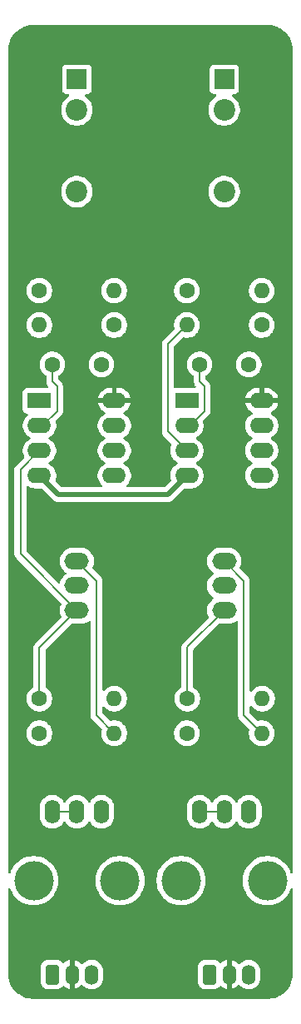
<source format=gbr>
%TF.GenerationSoftware,KiCad,Pcbnew,9.0.4*%
%TF.CreationDate,2026-02-02T18:42:40+11:00*%
%TF.ProjectId,LFO,4c464f2e-6b69-4636-9164-5f7063625858,rev?*%
%TF.SameCoordinates,Original*%
%TF.FileFunction,Copper,L2,Bot*%
%TF.FilePolarity,Positive*%
%FSLAX46Y46*%
G04 Gerber Fmt 4.6, Leading zero omitted, Abs format (unit mm)*
G04 Created by KiCad (PCBNEW 9.0.4) date 2026-02-02 18:42:40*
%MOMM*%
%LPD*%
G01*
G04 APERTURE LIST*
G04 Aperture macros list*
%AMRoundRect*
0 Rectangle with rounded corners*
0 $1 Rounding radius*
0 $2 $3 $4 $5 $6 $7 $8 $9 X,Y pos of 4 corners*
0 Add a 4 corners polygon primitive as box body*
4,1,4,$2,$3,$4,$5,$6,$7,$8,$9,$2,$3,0*
0 Add four circle primitives for the rounded corners*
1,1,$1+$1,$2,$3*
1,1,$1+$1,$4,$5*
1,1,$1+$1,$6,$7*
1,1,$1+$1,$8,$9*
0 Add four rect primitives between the rounded corners*
20,1,$1+$1,$2,$3,$4,$5,0*
20,1,$1+$1,$4,$5,$6,$7,0*
20,1,$1+$1,$6,$7,$8,$9,0*
20,1,$1+$1,$8,$9,$2,$3,0*%
G04 Aperture macros list end*
%TA.AperFunction,ComponentPad*%
%ADD10C,1.600000*%
%TD*%
%TA.AperFunction,ComponentPad*%
%ADD11R,2.400000X1.600000*%
%TD*%
%TA.AperFunction,ComponentPad*%
%ADD12O,2.400000X1.600000*%
%TD*%
%TA.AperFunction,ComponentPad*%
%ADD13O,1.600000X1.600000*%
%TD*%
%TA.AperFunction,WasherPad*%
%ADD14C,4.000000*%
%TD*%
%TA.AperFunction,ComponentPad*%
%ADD15O,1.600000X2.400000*%
%TD*%
%TA.AperFunction,ComponentPad*%
%ADD16RoundRect,0.291666X-0.408334X-0.708334X0.408334X-0.708334X0.408334X0.708334X-0.408334X0.708334X0*%
%TD*%
%TA.AperFunction,ComponentPad*%
%ADD17O,1.400000X2.000000*%
%TD*%
%TA.AperFunction,ComponentPad*%
%ADD18O,2.500000X1.700000*%
%TD*%
%TA.AperFunction,ComponentPad*%
%ADD19R,2.000000X2.000000*%
%TD*%
%TA.AperFunction,ComponentPad*%
%ADD20C,2.200000*%
%TD*%
%TA.AperFunction,Conductor*%
%ADD21C,0.200000*%
%TD*%
%TA.AperFunction,Conductor*%
%ADD22C,0.500000*%
%TD*%
G04 APERTURE END LIST*
D10*
%TO.P,C1,1*%
%TO.N,Net-(SW1-A)*%
X140000000Y-85000000D03*
%TO.P,C1,2*%
%TO.N,GND*%
X145000000Y-85000000D03*
%TD*%
D11*
%TO.P,U2,1*%
%TO.N,Net-(R6-Pad2)*%
X153690000Y-88690000D03*
D12*
%TO.P,U2,2,-*%
%TO.N,Net-(SW2-A)*%
X153690000Y-91230000D03*
%TO.P,U2,3,+*%
%TO.N,Net-(SW2-C)*%
X153690000Y-93770000D03*
%TO.P,U2,4,V-*%
%TO.N,VSS*%
X153690000Y-96310000D03*
%TO.P,U2,5,+*%
%TO.N,Net-(SW2-B)*%
X161310000Y-96310000D03*
%TO.P,U2,6,-*%
%TO.N,Net-(U2B--)*%
X161310000Y-93770000D03*
%TO.P,U2,7*%
X161310000Y-91230000D03*
%TO.P,U2,8,V+*%
%TO.N,VDD*%
X161310000Y-88690000D03*
%TD*%
D10*
%TO.P,R2,1*%
%TO.N,Net-(SW1-C)*%
X138690000Y-119000000D03*
D13*
%TO.P,R2,2*%
%TO.N,Net-(R2-Pad2)*%
X146310000Y-119000000D03*
%TD*%
D10*
%TO.P,C2,1*%
%TO.N,Net-(SW2-A)*%
X155000000Y-85000000D03*
%TO.P,C2,2*%
%TO.N,GND*%
X160000000Y-85000000D03*
%TD*%
%TO.P,R5,1*%
%TO.N,Net-(R5-Pad1)*%
X153690000Y-122500000D03*
D13*
%TO.P,R5,2*%
%TO.N,Net-(SW2-A)*%
X161310000Y-122500000D03*
%TD*%
D14*
%TO.P,RV1,*%
%TO.N,*%
X146900000Y-137500000D03*
X138100000Y-137500000D03*
D15*
%TO.P,RV1,1,1*%
%TO.N,Net-(R1-Pad1)*%
X139999999Y-130500000D03*
%TO.P,RV1,2,2*%
X142500000Y-130500000D03*
%TO.P,RV1,3,3*%
%TO.N,Net-(R2-Pad2)*%
X145000001Y-130500000D03*
%TD*%
D14*
%TO.P,RV2,*%
%TO.N,*%
X161900000Y-137500000D03*
X153100000Y-137500000D03*
D15*
%TO.P,RV2,1,1*%
%TO.N,Net-(R5-Pad1)*%
X154999999Y-130500000D03*
%TO.P,RV2,2,2*%
X157500000Y-130500000D03*
%TO.P,RV2,3,3*%
%TO.N,Net-(R6-Pad2)*%
X160000001Y-130500000D03*
%TD*%
D16*
%TO.P,J3,1,Pin_1*%
%TO.N,GND*%
X140000000Y-147050000D03*
D17*
%TO.P,J3,2,Pin_2*%
%TO.N,VDD*%
X142000000Y-147050000D03*
%TO.P,J3,3,Pin_3*%
%TO.N,VSS*%
X144000000Y-147050000D03*
%TD*%
D10*
%TO.P,R6,1*%
%TO.N,Net-(SW2-C)*%
X153750000Y-119000000D03*
D13*
%TO.P,R6,2*%
%TO.N,Net-(R6-Pad2)*%
X161370000Y-119000000D03*
%TD*%
D16*
%TO.P,J4,1,Pin_1*%
%TO.N,GND*%
X156000000Y-147050000D03*
D17*
%TO.P,J4,2,Pin_2*%
%TO.N,VDD*%
X158000000Y-147050000D03*
%TO.P,J4,3,Pin_3*%
%TO.N,VSS*%
X160000000Y-147050000D03*
%TD*%
D10*
%TO.P,R3,1*%
%TO.N,GND*%
X146310000Y-81000000D03*
D13*
%TO.P,R3,2*%
%TO.N,Net-(SW1-C)*%
X138690000Y-81000000D03*
%TD*%
D10*
%TO.P,R4,1*%
%TO.N,Net-(J1-PadT)*%
X138690000Y-77500000D03*
D13*
%TO.P,R4,2*%
%TO.N,Net-(U1B--)*%
X146310000Y-77500000D03*
%TD*%
D18*
%TO.P,SW2,1,A*%
%TO.N,Net-(SW2-A)*%
X157500000Y-105000000D03*
%TO.P,SW2,2,B*%
%TO.N,Net-(SW2-B)*%
X157500000Y-107500000D03*
%TO.P,SW2,3,C*%
%TO.N,Net-(SW2-C)*%
X157500000Y-110000000D03*
%TD*%
D19*
%TO.P,J1,G*%
%TO.N,GND*%
X142500000Y-56020000D03*
D20*
%TO.P,J1,S*%
X142500000Y-59120000D03*
%TO.P,J1,T*%
%TO.N,Net-(J1-PadT)*%
X142500000Y-67420000D03*
%TD*%
D10*
%TO.P,R1,1*%
%TO.N,Net-(R1-Pad1)*%
X138690000Y-122500000D03*
D13*
%TO.P,R1,2*%
%TO.N,Net-(SW1-A)*%
X146310000Y-122500000D03*
%TD*%
D19*
%TO.P,J2,G*%
%TO.N,GND*%
X157500000Y-56020000D03*
D20*
%TO.P,J2,S*%
X157500000Y-59120000D03*
%TO.P,J2,T*%
%TO.N,Net-(J2-PadT)*%
X157500000Y-67420000D03*
%TD*%
D18*
%TO.P,SW1,1,A*%
%TO.N,Net-(SW1-A)*%
X142500000Y-105000000D03*
%TO.P,SW1,2,B*%
%TO.N,Net-(SW1-B)*%
X142500000Y-107500000D03*
%TO.P,SW1,3,C*%
%TO.N,Net-(SW1-C)*%
X142500000Y-110000000D03*
%TD*%
D11*
%TO.P,U1,1*%
%TO.N,Net-(R2-Pad2)*%
X138690000Y-88690000D03*
D12*
%TO.P,U1,2,-*%
%TO.N,Net-(SW1-A)*%
X138690000Y-91230000D03*
%TO.P,U1,3,+*%
%TO.N,Net-(SW1-C)*%
X138690000Y-93770000D03*
%TO.P,U1,4,V-*%
%TO.N,VSS*%
X138690000Y-96310000D03*
%TO.P,U1,5,+*%
%TO.N,Net-(SW1-B)*%
X146310000Y-96310000D03*
%TO.P,U1,6,-*%
%TO.N,Net-(U1B--)*%
X146310000Y-93770000D03*
%TO.P,U1,7*%
X146310000Y-91230000D03*
%TO.P,U1,8,V+*%
%TO.N,VDD*%
X146310000Y-88690000D03*
%TD*%
D10*
%TO.P,R7,1*%
%TO.N,GND*%
X161310000Y-81000000D03*
D13*
%TO.P,R7,2*%
%TO.N,Net-(SW2-C)*%
X153690000Y-81000000D03*
%TD*%
D10*
%TO.P,R8,1*%
%TO.N,Net-(J2-PadT)*%
X153690000Y-77500000D03*
D13*
%TO.P,R8,2*%
%TO.N,Net-(U2B--)*%
X161310000Y-77500000D03*
%TD*%
D21*
%TO.N,Net-(R1-Pad1)*%
X142500000Y-130500000D02*
X139999999Y-130500000D01*
D22*
%TO.N,VSS*%
X140630000Y-98250000D02*
X151750000Y-98250000D01*
X151750000Y-98250000D02*
X153690000Y-96310000D01*
X138690000Y-96310000D02*
X140630000Y-98250000D01*
D21*
%TO.N,Net-(SW1-A)*%
X140500000Y-89750000D02*
X139020000Y-91230000D01*
X140000000Y-85000000D02*
X140000000Y-86750000D01*
X140500000Y-87250000D02*
X140500000Y-89750000D01*
X144500000Y-120690000D02*
X146310000Y-122500000D01*
X142500000Y-105000000D02*
X144500000Y-107000000D01*
X144500000Y-107000000D02*
X144500000Y-120690000D01*
X140000000Y-86750000D02*
X140500000Y-87250000D01*
X139020000Y-91230000D02*
X138690000Y-91230000D01*
%TO.N,Net-(SW1-C)*%
X136750000Y-104250000D02*
X136750000Y-95710000D01*
X142500000Y-110000000D02*
X136750000Y-104250000D01*
X138690000Y-113810000D02*
X142500000Y-110000000D01*
X138690000Y-119000000D02*
X138690000Y-113810000D01*
X136750000Y-95710000D02*
X138690000Y-93770000D01*
%TO.N,Net-(R5-Pad1)*%
X157500000Y-130500000D02*
X154999999Y-130500000D01*
%TO.N,Net-(SW2-A)*%
X155500000Y-89750000D02*
X154020000Y-91230000D01*
X159500000Y-107000000D02*
X157500000Y-105000000D01*
X161310000Y-122500000D02*
X159500000Y-120690000D01*
X155000000Y-85000000D02*
X155000000Y-86750000D01*
X155500000Y-87250000D02*
X155500000Y-89750000D01*
X159500000Y-120690000D02*
X159500000Y-107000000D01*
X154020000Y-91230000D02*
X153690000Y-91230000D01*
X155000000Y-86750000D02*
X155500000Y-87250000D01*
%TO.N,Net-(SW2-C)*%
X153690000Y-81000000D02*
X151750000Y-82940000D01*
X153750000Y-119000000D02*
X153750000Y-113750000D01*
X151750000Y-82940000D02*
X151750000Y-91830000D01*
X151750000Y-91830000D02*
X153690000Y-93770000D01*
X153750000Y-113750000D02*
X157500000Y-110000000D01*
%TD*%
%TA.AperFunction,Conductor*%
%TO.N,VDD*%
G36*
X162003736Y-50500726D02*
G01*
X162293796Y-50518271D01*
X162308659Y-50520076D01*
X162590798Y-50571780D01*
X162605335Y-50575363D01*
X162879172Y-50660695D01*
X162893163Y-50666000D01*
X163154743Y-50783727D01*
X163167989Y-50790680D01*
X163413465Y-50939075D01*
X163425776Y-50947573D01*
X163651573Y-51124473D01*
X163662781Y-51134403D01*
X163865596Y-51337218D01*
X163875526Y-51348426D01*
X163995481Y-51501538D01*
X164052422Y-51574217D01*
X164060928Y-51586540D01*
X164209316Y-51832004D01*
X164216275Y-51845263D01*
X164333997Y-52106831D01*
X164339306Y-52120832D01*
X164424635Y-52394663D01*
X164428219Y-52409201D01*
X164479923Y-52691340D01*
X164481728Y-52706205D01*
X164499274Y-52996263D01*
X164499500Y-53003750D01*
X164499500Y-136628261D01*
X164479815Y-136695300D01*
X164427011Y-136741055D01*
X164357853Y-136750999D01*
X164294297Y-136721974D01*
X164258459Y-136669216D01*
X164239762Y-136615784D01*
X164213801Y-136541592D01*
X164091945Y-136288555D01*
X163942523Y-136050752D01*
X163767416Y-135831175D01*
X163568825Y-135632584D01*
X163349248Y-135457477D01*
X163111445Y-135308055D01*
X163111442Y-135308053D01*
X162858411Y-135186200D01*
X162593329Y-135093443D01*
X162593317Y-135093439D01*
X162319512Y-135030945D01*
X162319494Y-135030942D01*
X162040431Y-134999500D01*
X162040425Y-134999500D01*
X161759575Y-134999500D01*
X161759568Y-134999500D01*
X161480505Y-135030942D01*
X161480487Y-135030945D01*
X161206682Y-135093439D01*
X161206670Y-135093443D01*
X160941588Y-135186200D01*
X160688557Y-135308053D01*
X160450753Y-135457476D01*
X160231175Y-135632583D01*
X160032583Y-135831175D01*
X159857476Y-136050753D01*
X159708053Y-136288557D01*
X159586200Y-136541588D01*
X159493443Y-136806670D01*
X159493439Y-136806682D01*
X159430945Y-137080487D01*
X159430942Y-137080505D01*
X159399500Y-137359568D01*
X159399500Y-137640431D01*
X159430942Y-137919494D01*
X159430945Y-137919512D01*
X159493439Y-138193317D01*
X159493443Y-138193329D01*
X159586200Y-138458411D01*
X159708053Y-138711442D01*
X159708055Y-138711445D01*
X159857477Y-138949248D01*
X160032584Y-139168825D01*
X160231175Y-139367416D01*
X160450752Y-139542523D01*
X160688555Y-139691945D01*
X160941592Y-139813801D01*
X161140680Y-139883465D01*
X161206670Y-139906556D01*
X161206682Y-139906560D01*
X161480491Y-139969055D01*
X161480497Y-139969055D01*
X161480505Y-139969057D01*
X161666547Y-139990018D01*
X161759569Y-140000499D01*
X161759572Y-140000500D01*
X161759575Y-140000500D01*
X162040428Y-140000500D01*
X162040429Y-140000499D01*
X162183055Y-139984429D01*
X162319494Y-139969057D01*
X162319499Y-139969056D01*
X162319509Y-139969055D01*
X162593318Y-139906560D01*
X162858408Y-139813801D01*
X163111445Y-139691945D01*
X163349248Y-139542523D01*
X163568825Y-139367416D01*
X163767416Y-139168825D01*
X163942523Y-138949248D01*
X164091945Y-138711445D01*
X164213801Y-138458408D01*
X164258459Y-138330783D01*
X164299180Y-138274007D01*
X164364133Y-138248260D01*
X164432695Y-138261716D01*
X164483097Y-138310104D01*
X164499500Y-138371738D01*
X164499500Y-146996249D01*
X164499274Y-147003736D01*
X164481728Y-147293794D01*
X164479923Y-147308659D01*
X164428219Y-147590798D01*
X164424635Y-147605336D01*
X164339306Y-147879167D01*
X164333997Y-147893168D01*
X164216275Y-148154736D01*
X164209316Y-148167995D01*
X164060928Y-148413459D01*
X164052422Y-148425782D01*
X163875526Y-148651573D01*
X163865596Y-148662781D01*
X163662781Y-148865596D01*
X163651573Y-148875526D01*
X163425782Y-149052422D01*
X163413459Y-149060928D01*
X163167995Y-149209316D01*
X163154736Y-149216275D01*
X162893168Y-149333997D01*
X162879167Y-149339306D01*
X162605336Y-149424635D01*
X162590798Y-149428219D01*
X162308659Y-149479923D01*
X162293794Y-149481728D01*
X162014454Y-149498624D01*
X162003735Y-149499273D01*
X161996250Y-149499499D01*
X138003734Y-149499499D01*
X137996247Y-149499273D01*
X137706205Y-149481728D01*
X137691340Y-149479923D01*
X137409201Y-149428219D01*
X137394663Y-149424635D01*
X137120832Y-149339306D01*
X137106831Y-149333997D01*
X136845263Y-149216275D01*
X136832004Y-149209316D01*
X136586540Y-149060928D01*
X136574217Y-149052422D01*
X136348426Y-148875526D01*
X136337218Y-148865596D01*
X136134403Y-148662781D01*
X136124473Y-148651573D01*
X135947573Y-148425776D01*
X135939075Y-148413465D01*
X135790680Y-148167989D01*
X135783727Y-148154743D01*
X135666000Y-147893163D01*
X135660693Y-147879167D01*
X135639400Y-147810836D01*
X135575363Y-147605335D01*
X135571780Y-147590798D01*
X135520076Y-147308659D01*
X135518271Y-147293794D01*
X135500726Y-147003736D01*
X135500500Y-146996249D01*
X135500500Y-146297176D01*
X138799500Y-146297176D01*
X138799500Y-147802818D01*
X138799501Y-147802822D01*
X138814474Y-147935720D01*
X138873433Y-148104218D01*
X138968406Y-148255365D01*
X138968407Y-148255366D01*
X139094634Y-148381593D01*
X139245783Y-148476567D01*
X139308356Y-148498462D01*
X139414279Y-148535526D01*
X139499271Y-148545101D01*
X139547183Y-148550500D01*
X140452816Y-148550499D01*
X140452818Y-148550499D01*
X140452819Y-148550498D01*
X140585723Y-148535525D01*
X140754217Y-148476567D01*
X140905366Y-148381593D01*
X141031593Y-148255366D01*
X141031593Y-148255365D01*
X141032270Y-148254689D01*
X141093593Y-148221204D01*
X141163285Y-148226188D01*
X141207632Y-148254689D01*
X141218253Y-148265310D01*
X141218258Y-148265314D01*
X141371059Y-148376329D01*
X141539362Y-148462085D01*
X141718997Y-148520451D01*
X141750000Y-148525362D01*
X141750000Y-147330330D01*
X141769745Y-147350075D01*
X141855255Y-147399444D01*
X141950630Y-147425000D01*
X142049370Y-147425000D01*
X142144745Y-147399444D01*
X142230255Y-147350075D01*
X142250000Y-147330330D01*
X142250000Y-148525361D01*
X142281002Y-148520451D01*
X142460637Y-148462085D01*
X142628940Y-148376329D01*
X142781741Y-148265314D01*
X142781746Y-148265310D01*
X142911966Y-148135091D01*
X142973289Y-148101606D01*
X143042981Y-148106590D01*
X143087328Y-148135091D01*
X143217927Y-148265690D01*
X143370801Y-148376760D01*
X143442827Y-148413459D01*
X143539163Y-148462545D01*
X143539165Y-148462545D01*
X143539168Y-148462547D01*
X143582314Y-148476566D01*
X143718881Y-148520940D01*
X143905514Y-148550500D01*
X143905519Y-148550500D01*
X144094486Y-148550500D01*
X144281118Y-148520940D01*
X144282623Y-148520451D01*
X144460832Y-148462547D01*
X144629199Y-148376760D01*
X144782073Y-148265690D01*
X144915690Y-148132073D01*
X145026760Y-147979199D01*
X145112547Y-147810832D01*
X145170940Y-147631118D01*
X145200500Y-147444486D01*
X145200500Y-146655513D01*
X145170940Y-146468881D01*
X145153931Y-146416536D01*
X145115149Y-146297176D01*
X154799500Y-146297176D01*
X154799500Y-147802818D01*
X154799501Y-147802822D01*
X154814474Y-147935720D01*
X154873433Y-148104218D01*
X154968406Y-148255365D01*
X154968407Y-148255366D01*
X155094634Y-148381593D01*
X155245783Y-148476567D01*
X155308356Y-148498462D01*
X155414279Y-148535526D01*
X155499271Y-148545101D01*
X155547183Y-148550500D01*
X156452816Y-148550499D01*
X156452818Y-148550499D01*
X156452819Y-148550498D01*
X156585723Y-148535525D01*
X156754217Y-148476567D01*
X156905366Y-148381593D01*
X157031593Y-148255366D01*
X157031593Y-148255365D01*
X157032270Y-148254689D01*
X157093593Y-148221204D01*
X157163285Y-148226188D01*
X157207632Y-148254689D01*
X157218253Y-148265310D01*
X157218258Y-148265314D01*
X157371059Y-148376329D01*
X157539362Y-148462085D01*
X157718997Y-148520451D01*
X157750000Y-148525362D01*
X157750000Y-147330330D01*
X157769745Y-147350075D01*
X157855255Y-147399444D01*
X157950630Y-147425000D01*
X158049370Y-147425000D01*
X158144745Y-147399444D01*
X158230255Y-147350075D01*
X158250000Y-147330330D01*
X158250000Y-148525361D01*
X158281002Y-148520451D01*
X158460637Y-148462085D01*
X158628940Y-148376329D01*
X158781741Y-148265314D01*
X158781746Y-148265310D01*
X158911966Y-148135091D01*
X158973289Y-148101606D01*
X159042981Y-148106590D01*
X159087328Y-148135091D01*
X159217927Y-148265690D01*
X159370801Y-148376760D01*
X159442827Y-148413459D01*
X159539163Y-148462545D01*
X159539165Y-148462545D01*
X159539168Y-148462547D01*
X159582314Y-148476566D01*
X159718881Y-148520940D01*
X159905514Y-148550500D01*
X159905519Y-148550500D01*
X160094486Y-148550500D01*
X160281118Y-148520940D01*
X160282623Y-148520451D01*
X160460832Y-148462547D01*
X160629199Y-148376760D01*
X160782073Y-148265690D01*
X160915690Y-148132073D01*
X161026760Y-147979199D01*
X161112547Y-147810832D01*
X161170940Y-147631118D01*
X161200500Y-147444486D01*
X161200500Y-146655513D01*
X161170940Y-146468881D01*
X161143846Y-146385497D01*
X161112547Y-146289168D01*
X161112545Y-146289165D01*
X161112545Y-146289163D01*
X161026759Y-146120800D01*
X160915690Y-145967927D01*
X160782073Y-145834310D01*
X160629199Y-145723240D01*
X160619712Y-145718406D01*
X160460836Y-145637454D01*
X160281118Y-145579059D01*
X160094486Y-145549500D01*
X160094481Y-145549500D01*
X159905519Y-145549500D01*
X159905514Y-145549500D01*
X159718881Y-145579059D01*
X159539163Y-145637454D01*
X159370800Y-145723240D01*
X159283579Y-145786610D01*
X159217927Y-145834310D01*
X159217925Y-145834312D01*
X159217924Y-145834312D01*
X159087328Y-145964909D01*
X159026005Y-145998394D01*
X158956313Y-145993410D01*
X158911966Y-145964909D01*
X158781746Y-145834689D01*
X158781741Y-145834685D01*
X158628940Y-145723670D01*
X158460635Y-145637913D01*
X158281004Y-145579549D01*
X158280995Y-145579547D01*
X158250000Y-145574637D01*
X158250000Y-146769670D01*
X158230255Y-146749925D01*
X158144745Y-146700556D01*
X158049370Y-146675000D01*
X157950630Y-146675000D01*
X157855255Y-146700556D01*
X157769745Y-146749925D01*
X157750000Y-146769670D01*
X157750000Y-145574637D01*
X157749999Y-145574637D01*
X157719004Y-145579547D01*
X157718995Y-145579549D01*
X157539364Y-145637913D01*
X157371059Y-145723670D01*
X157218255Y-145834687D01*
X157218247Y-145834694D01*
X157207628Y-145845313D01*
X157146304Y-145878796D01*
X157076612Y-145873809D01*
X157032269Y-145845310D01*
X156905365Y-145718406D01*
X156754218Y-145623433D01*
X156585720Y-145564473D01*
X156452821Y-145549500D01*
X155547181Y-145549500D01*
X155547177Y-145549501D01*
X155414279Y-145564474D01*
X155245781Y-145623433D01*
X155094634Y-145718406D01*
X154968406Y-145844634D01*
X154873433Y-145995781D01*
X154814473Y-146164279D01*
X154799500Y-146297176D01*
X145115149Y-146297176D01*
X145112547Y-146289168D01*
X145112545Y-146289165D01*
X145112545Y-146289163D01*
X145026759Y-146120800D01*
X144915690Y-145967927D01*
X144782073Y-145834310D01*
X144629199Y-145723240D01*
X144619712Y-145718406D01*
X144460836Y-145637454D01*
X144281118Y-145579059D01*
X144094486Y-145549500D01*
X144094481Y-145549500D01*
X143905519Y-145549500D01*
X143905514Y-145549500D01*
X143718881Y-145579059D01*
X143539163Y-145637454D01*
X143370800Y-145723240D01*
X143283579Y-145786610D01*
X143217927Y-145834310D01*
X143217925Y-145834312D01*
X143217924Y-145834312D01*
X143087328Y-145964909D01*
X143026005Y-145998394D01*
X142956313Y-145993410D01*
X142911966Y-145964909D01*
X142781746Y-145834689D01*
X142781741Y-145834685D01*
X142628940Y-145723670D01*
X142460635Y-145637913D01*
X142281004Y-145579549D01*
X142280995Y-145579547D01*
X142250000Y-145574637D01*
X142250000Y-146769670D01*
X142230255Y-146749925D01*
X142144745Y-146700556D01*
X142049370Y-146675000D01*
X141950630Y-146675000D01*
X141855255Y-146700556D01*
X141769745Y-146749925D01*
X141750000Y-146769670D01*
X141750000Y-145574637D01*
X141749999Y-145574637D01*
X141719004Y-145579547D01*
X141718995Y-145579549D01*
X141539364Y-145637913D01*
X141371059Y-145723670D01*
X141218255Y-145834687D01*
X141218247Y-145834694D01*
X141207628Y-145845313D01*
X141146304Y-145878796D01*
X141076612Y-145873809D01*
X141032269Y-145845310D01*
X140905365Y-145718406D01*
X140754218Y-145623433D01*
X140585720Y-145564473D01*
X140452821Y-145549500D01*
X139547181Y-145549500D01*
X139547177Y-145549501D01*
X139414279Y-145564474D01*
X139245781Y-145623433D01*
X139094634Y-145718406D01*
X138968406Y-145844634D01*
X138873433Y-145995781D01*
X138814473Y-146164279D01*
X138799500Y-146297176D01*
X135500500Y-146297176D01*
X135500500Y-138371738D01*
X135520185Y-138304699D01*
X135572989Y-138258944D01*
X135642147Y-138249000D01*
X135705703Y-138278025D01*
X135741541Y-138330783D01*
X135786200Y-138458411D01*
X135908053Y-138711442D01*
X135908055Y-138711445D01*
X136057477Y-138949248D01*
X136232584Y-139168825D01*
X136431175Y-139367416D01*
X136650752Y-139542523D01*
X136888555Y-139691945D01*
X137141592Y-139813801D01*
X137340680Y-139883465D01*
X137406670Y-139906556D01*
X137406682Y-139906560D01*
X137680491Y-139969055D01*
X137680497Y-139969055D01*
X137680505Y-139969057D01*
X137866547Y-139990018D01*
X137959569Y-140000499D01*
X137959572Y-140000500D01*
X137959575Y-140000500D01*
X138240428Y-140000500D01*
X138240429Y-140000499D01*
X138383055Y-139984429D01*
X138519494Y-139969057D01*
X138519499Y-139969056D01*
X138519509Y-139969055D01*
X138793318Y-139906560D01*
X139058408Y-139813801D01*
X139311445Y-139691945D01*
X139549248Y-139542523D01*
X139768825Y-139367416D01*
X139967416Y-139168825D01*
X140142523Y-138949248D01*
X140291945Y-138711445D01*
X140413801Y-138458408D01*
X140506560Y-138193318D01*
X140569055Y-137919509D01*
X140600500Y-137640425D01*
X140600500Y-137359575D01*
X140600499Y-137359568D01*
X144399500Y-137359568D01*
X144399500Y-137640431D01*
X144430942Y-137919494D01*
X144430945Y-137919512D01*
X144493439Y-138193317D01*
X144493443Y-138193329D01*
X144586200Y-138458411D01*
X144708053Y-138711442D01*
X144708055Y-138711445D01*
X144857477Y-138949248D01*
X145032584Y-139168825D01*
X145231175Y-139367416D01*
X145450752Y-139542523D01*
X145688555Y-139691945D01*
X145941592Y-139813801D01*
X146140680Y-139883465D01*
X146206670Y-139906556D01*
X146206682Y-139906560D01*
X146480491Y-139969055D01*
X146480497Y-139969055D01*
X146480505Y-139969057D01*
X146666547Y-139990018D01*
X146759569Y-140000499D01*
X146759572Y-140000500D01*
X146759575Y-140000500D01*
X147040428Y-140000500D01*
X147040429Y-140000499D01*
X147183055Y-139984429D01*
X147319494Y-139969057D01*
X147319499Y-139969056D01*
X147319509Y-139969055D01*
X147593318Y-139906560D01*
X147858408Y-139813801D01*
X148111445Y-139691945D01*
X148349248Y-139542523D01*
X148568825Y-139367416D01*
X148767416Y-139168825D01*
X148942523Y-138949248D01*
X149091945Y-138711445D01*
X149213801Y-138458408D01*
X149306560Y-138193318D01*
X149369055Y-137919509D01*
X149400500Y-137640425D01*
X149400500Y-137359575D01*
X149400499Y-137359568D01*
X150599500Y-137359568D01*
X150599500Y-137640431D01*
X150630942Y-137919494D01*
X150630945Y-137919512D01*
X150693439Y-138193317D01*
X150693443Y-138193329D01*
X150786200Y-138458411D01*
X150908053Y-138711442D01*
X150908055Y-138711445D01*
X151057477Y-138949248D01*
X151232584Y-139168825D01*
X151431175Y-139367416D01*
X151650752Y-139542523D01*
X151888555Y-139691945D01*
X152141592Y-139813801D01*
X152340680Y-139883465D01*
X152406670Y-139906556D01*
X152406682Y-139906560D01*
X152680491Y-139969055D01*
X152680497Y-139969055D01*
X152680505Y-139969057D01*
X152866547Y-139990018D01*
X152959569Y-140000499D01*
X152959572Y-140000500D01*
X152959575Y-140000500D01*
X153240428Y-140000500D01*
X153240429Y-140000499D01*
X153383055Y-139984429D01*
X153519494Y-139969057D01*
X153519499Y-139969056D01*
X153519509Y-139969055D01*
X153793318Y-139906560D01*
X154058408Y-139813801D01*
X154311445Y-139691945D01*
X154549248Y-139542523D01*
X154768825Y-139367416D01*
X154967416Y-139168825D01*
X155142523Y-138949248D01*
X155291945Y-138711445D01*
X155413801Y-138458408D01*
X155506560Y-138193318D01*
X155569055Y-137919509D01*
X155600500Y-137640425D01*
X155600500Y-137359575D01*
X155569055Y-137080491D01*
X155506560Y-136806682D01*
X155413801Y-136541592D01*
X155291945Y-136288555D01*
X155142523Y-136050752D01*
X154967416Y-135831175D01*
X154768825Y-135632584D01*
X154549248Y-135457477D01*
X154311445Y-135308055D01*
X154311442Y-135308053D01*
X154058411Y-135186200D01*
X153793329Y-135093443D01*
X153793317Y-135093439D01*
X153519512Y-135030945D01*
X153519494Y-135030942D01*
X153240431Y-134999500D01*
X153240425Y-134999500D01*
X152959575Y-134999500D01*
X152959568Y-134999500D01*
X152680505Y-135030942D01*
X152680487Y-135030945D01*
X152406682Y-135093439D01*
X152406670Y-135093443D01*
X152141588Y-135186200D01*
X151888557Y-135308053D01*
X151650753Y-135457476D01*
X151431175Y-135632583D01*
X151232583Y-135831175D01*
X151057476Y-136050753D01*
X150908053Y-136288557D01*
X150786200Y-136541588D01*
X150693443Y-136806670D01*
X150693439Y-136806682D01*
X150630945Y-137080487D01*
X150630942Y-137080505D01*
X150599500Y-137359568D01*
X149400499Y-137359568D01*
X149369055Y-137080491D01*
X149306560Y-136806682D01*
X149213801Y-136541592D01*
X149091945Y-136288555D01*
X148942523Y-136050752D01*
X148767416Y-135831175D01*
X148568825Y-135632584D01*
X148349248Y-135457477D01*
X148111445Y-135308055D01*
X148111442Y-135308053D01*
X147858411Y-135186200D01*
X147593329Y-135093443D01*
X147593317Y-135093439D01*
X147319512Y-135030945D01*
X147319494Y-135030942D01*
X147040431Y-134999500D01*
X147040425Y-134999500D01*
X146759575Y-134999500D01*
X146759568Y-134999500D01*
X146480505Y-135030942D01*
X146480487Y-135030945D01*
X146206682Y-135093439D01*
X146206670Y-135093443D01*
X145941588Y-135186200D01*
X145688557Y-135308053D01*
X145450753Y-135457476D01*
X145231175Y-135632583D01*
X145032583Y-135831175D01*
X144857476Y-136050753D01*
X144708053Y-136288557D01*
X144586200Y-136541588D01*
X144493443Y-136806670D01*
X144493439Y-136806682D01*
X144430945Y-137080487D01*
X144430942Y-137080505D01*
X144399500Y-137359568D01*
X140600499Y-137359568D01*
X140569055Y-137080491D01*
X140506560Y-136806682D01*
X140413801Y-136541592D01*
X140291945Y-136288555D01*
X140142523Y-136050752D01*
X139967416Y-135831175D01*
X139768825Y-135632584D01*
X139549248Y-135457477D01*
X139311445Y-135308055D01*
X139311442Y-135308053D01*
X139058411Y-135186200D01*
X138793329Y-135093443D01*
X138793317Y-135093439D01*
X138519512Y-135030945D01*
X138519494Y-135030942D01*
X138240431Y-134999500D01*
X138240425Y-134999500D01*
X137959575Y-134999500D01*
X137959568Y-134999500D01*
X137680505Y-135030942D01*
X137680487Y-135030945D01*
X137406682Y-135093439D01*
X137406670Y-135093443D01*
X137141588Y-135186200D01*
X136888557Y-135308053D01*
X136650753Y-135457476D01*
X136431175Y-135632583D01*
X136232583Y-135831175D01*
X136057476Y-136050753D01*
X135908053Y-136288557D01*
X135786200Y-136541588D01*
X135741541Y-136669216D01*
X135700819Y-136725992D01*
X135635867Y-136751739D01*
X135567305Y-136738283D01*
X135516902Y-136689895D01*
X135500500Y-136628261D01*
X135500500Y-129997648D01*
X138699499Y-129997648D01*
X138699499Y-131002351D01*
X138731521Y-131204534D01*
X138794780Y-131399223D01*
X138887714Y-131581613D01*
X139008027Y-131747213D01*
X139152785Y-131891971D01*
X139307748Y-132004556D01*
X139318389Y-132012287D01*
X139434606Y-132071503D01*
X139500775Y-132105218D01*
X139500777Y-132105218D01*
X139500780Y-132105220D01*
X139605136Y-132139127D01*
X139695464Y-132168477D01*
X139796556Y-132184488D01*
X139897647Y-132200500D01*
X139897648Y-132200500D01*
X140102350Y-132200500D01*
X140102351Y-132200500D01*
X140304533Y-132168477D01*
X140499218Y-132105220D01*
X140681609Y-132012287D01*
X140774589Y-131944732D01*
X140847212Y-131891971D01*
X140847214Y-131891968D01*
X140847218Y-131891966D01*
X140991965Y-131747219D01*
X140991967Y-131747215D01*
X140991970Y-131747213D01*
X141112285Y-131581611D01*
X141139514Y-131528172D01*
X141187488Y-131477376D01*
X141255309Y-131460580D01*
X141321444Y-131483117D01*
X141360483Y-131528170D01*
X141387713Y-131581611D01*
X141508028Y-131747213D01*
X141652786Y-131891971D01*
X141807749Y-132004556D01*
X141818390Y-132012287D01*
X141934607Y-132071503D01*
X142000776Y-132105218D01*
X142000778Y-132105218D01*
X142000781Y-132105220D01*
X142105137Y-132139127D01*
X142195465Y-132168477D01*
X142296557Y-132184488D01*
X142397648Y-132200500D01*
X142397649Y-132200500D01*
X142602351Y-132200500D01*
X142602352Y-132200500D01*
X142804534Y-132168477D01*
X142999219Y-132105220D01*
X143181610Y-132012287D01*
X143274590Y-131944732D01*
X143347213Y-131891971D01*
X143347215Y-131891968D01*
X143347219Y-131891966D01*
X143491966Y-131747219D01*
X143491968Y-131747215D01*
X143491971Y-131747213D01*
X143612286Y-131581611D01*
X143639515Y-131528172D01*
X143687489Y-131477376D01*
X143755310Y-131460580D01*
X143821445Y-131483117D01*
X143860484Y-131528170D01*
X143887714Y-131581611D01*
X144008029Y-131747213D01*
X144152787Y-131891971D01*
X144307750Y-132004556D01*
X144318391Y-132012287D01*
X144434608Y-132071503D01*
X144500777Y-132105218D01*
X144500779Y-132105218D01*
X144500782Y-132105220D01*
X144605138Y-132139127D01*
X144695466Y-132168477D01*
X144796558Y-132184488D01*
X144897649Y-132200500D01*
X144897650Y-132200500D01*
X145102352Y-132200500D01*
X145102353Y-132200500D01*
X145304535Y-132168477D01*
X145499220Y-132105220D01*
X145681611Y-132012287D01*
X145774591Y-131944732D01*
X145847214Y-131891971D01*
X145847216Y-131891968D01*
X145847220Y-131891966D01*
X145991967Y-131747219D01*
X145991969Y-131747215D01*
X145991972Y-131747213D01*
X146044733Y-131674590D01*
X146112288Y-131581610D01*
X146205221Y-131399219D01*
X146268478Y-131204534D01*
X146300501Y-131002352D01*
X146300501Y-129997648D01*
X153699499Y-129997648D01*
X153699499Y-131002351D01*
X153731521Y-131204534D01*
X153794780Y-131399223D01*
X153887714Y-131581613D01*
X154008027Y-131747213D01*
X154152785Y-131891971D01*
X154307748Y-132004556D01*
X154318389Y-132012287D01*
X154434606Y-132071503D01*
X154500775Y-132105218D01*
X154500777Y-132105218D01*
X154500780Y-132105220D01*
X154605136Y-132139127D01*
X154695464Y-132168477D01*
X154796556Y-132184488D01*
X154897647Y-132200500D01*
X154897648Y-132200500D01*
X155102350Y-132200500D01*
X155102351Y-132200500D01*
X155304533Y-132168477D01*
X155499218Y-132105220D01*
X155681609Y-132012287D01*
X155774589Y-131944732D01*
X155847212Y-131891971D01*
X155847214Y-131891968D01*
X155847218Y-131891966D01*
X155991965Y-131747219D01*
X155991967Y-131747215D01*
X155991970Y-131747213D01*
X156112285Y-131581611D01*
X156139514Y-131528172D01*
X156187488Y-131477376D01*
X156255309Y-131460580D01*
X156321444Y-131483117D01*
X156360483Y-131528170D01*
X156387713Y-131581611D01*
X156508028Y-131747213D01*
X156652786Y-131891971D01*
X156807749Y-132004556D01*
X156818390Y-132012287D01*
X156934607Y-132071503D01*
X157000776Y-132105218D01*
X157000778Y-132105218D01*
X157000781Y-132105220D01*
X157105137Y-132139127D01*
X157195465Y-132168477D01*
X157296557Y-132184488D01*
X157397648Y-132200500D01*
X157397649Y-132200500D01*
X157602351Y-132200500D01*
X157602352Y-132200500D01*
X157804534Y-132168477D01*
X157999219Y-132105220D01*
X158181610Y-132012287D01*
X158274590Y-131944732D01*
X158347213Y-131891971D01*
X158347215Y-131891968D01*
X158347219Y-131891966D01*
X158491966Y-131747219D01*
X158491968Y-131747215D01*
X158491971Y-131747213D01*
X158612286Y-131581611D01*
X158639515Y-131528172D01*
X158687489Y-131477376D01*
X158755310Y-131460580D01*
X158821445Y-131483117D01*
X158860484Y-131528170D01*
X158887714Y-131581611D01*
X159008029Y-131747213D01*
X159152787Y-131891971D01*
X159307750Y-132004556D01*
X159318391Y-132012287D01*
X159434608Y-132071503D01*
X159500777Y-132105218D01*
X159500779Y-132105218D01*
X159500782Y-132105220D01*
X159605138Y-132139127D01*
X159695466Y-132168477D01*
X159796558Y-132184488D01*
X159897649Y-132200500D01*
X159897650Y-132200500D01*
X160102352Y-132200500D01*
X160102353Y-132200500D01*
X160304535Y-132168477D01*
X160499220Y-132105220D01*
X160681611Y-132012287D01*
X160774591Y-131944732D01*
X160847214Y-131891971D01*
X160847216Y-131891968D01*
X160847220Y-131891966D01*
X160991967Y-131747219D01*
X160991969Y-131747215D01*
X160991972Y-131747213D01*
X161044733Y-131674590D01*
X161112288Y-131581610D01*
X161205221Y-131399219D01*
X161268478Y-131204534D01*
X161300501Y-131002352D01*
X161300501Y-129997648D01*
X161268478Y-129795466D01*
X161250001Y-129738601D01*
X161205219Y-129600776D01*
X161139516Y-129471828D01*
X161112288Y-129418390D01*
X161104557Y-129407749D01*
X160991972Y-129252786D01*
X160847214Y-129108028D01*
X160681614Y-128987715D01*
X160681613Y-128987714D01*
X160681611Y-128987713D01*
X160624654Y-128958691D01*
X160499224Y-128894781D01*
X160304535Y-128831522D01*
X160129996Y-128803878D01*
X160102353Y-128799500D01*
X159897649Y-128799500D01*
X159873330Y-128803351D01*
X159695466Y-128831522D01*
X159500777Y-128894781D01*
X159318387Y-128987715D01*
X159152787Y-129108028D01*
X159008029Y-129252786D01*
X158887715Y-129418386D01*
X158860484Y-129471830D01*
X158812509Y-129522625D01*
X158744688Y-129539419D01*
X158678553Y-129516881D01*
X158639515Y-129471828D01*
X158612287Y-129418390D01*
X158604556Y-129407749D01*
X158491971Y-129252786D01*
X158347213Y-129108028D01*
X158181613Y-128987715D01*
X158181612Y-128987714D01*
X158181610Y-128987713D01*
X158124653Y-128958691D01*
X157999223Y-128894781D01*
X157804534Y-128831522D01*
X157629995Y-128803878D01*
X157602352Y-128799500D01*
X157397648Y-128799500D01*
X157373329Y-128803351D01*
X157195465Y-128831522D01*
X157000776Y-128894781D01*
X156818386Y-128987715D01*
X156652786Y-129108028D01*
X156508028Y-129252786D01*
X156387714Y-129418386D01*
X156360483Y-129471830D01*
X156312508Y-129522625D01*
X156244687Y-129539419D01*
X156178552Y-129516881D01*
X156139514Y-129471828D01*
X156112286Y-129418390D01*
X156104555Y-129407749D01*
X155991970Y-129252786D01*
X155847212Y-129108028D01*
X155681612Y-128987715D01*
X155681611Y-128987714D01*
X155681609Y-128987713D01*
X155624652Y-128958691D01*
X155499222Y-128894781D01*
X155304533Y-128831522D01*
X155129994Y-128803878D01*
X155102351Y-128799500D01*
X154897647Y-128799500D01*
X154873328Y-128803351D01*
X154695464Y-128831522D01*
X154500775Y-128894781D01*
X154318385Y-128987715D01*
X154152785Y-129108028D01*
X154008027Y-129252786D01*
X153887714Y-129418386D01*
X153794780Y-129600776D01*
X153731521Y-129795465D01*
X153699499Y-129997648D01*
X146300501Y-129997648D01*
X146268478Y-129795466D01*
X146250001Y-129738601D01*
X146205219Y-129600776D01*
X146139516Y-129471828D01*
X146112288Y-129418390D01*
X146104557Y-129407749D01*
X145991972Y-129252786D01*
X145847214Y-129108028D01*
X145681614Y-128987715D01*
X145681613Y-128987714D01*
X145681611Y-128987713D01*
X145624654Y-128958691D01*
X145499224Y-128894781D01*
X145304535Y-128831522D01*
X145129996Y-128803878D01*
X145102353Y-128799500D01*
X144897649Y-128799500D01*
X144873330Y-128803351D01*
X144695466Y-128831522D01*
X144500777Y-128894781D01*
X144318387Y-128987715D01*
X144152787Y-129108028D01*
X144008029Y-129252786D01*
X143887715Y-129418386D01*
X143860484Y-129471830D01*
X143812509Y-129522625D01*
X143744688Y-129539419D01*
X143678553Y-129516881D01*
X143639515Y-129471828D01*
X143612287Y-129418390D01*
X143604556Y-129407749D01*
X143491971Y-129252786D01*
X143347213Y-129108028D01*
X143181613Y-128987715D01*
X143181612Y-128987714D01*
X143181610Y-128987713D01*
X143124653Y-128958691D01*
X142999223Y-128894781D01*
X142804534Y-128831522D01*
X142629995Y-128803878D01*
X142602352Y-128799500D01*
X142397648Y-128799500D01*
X142373329Y-128803351D01*
X142195465Y-128831522D01*
X142000776Y-128894781D01*
X141818386Y-128987715D01*
X141652786Y-129108028D01*
X141508028Y-129252786D01*
X141387714Y-129418386D01*
X141360483Y-129471830D01*
X141312508Y-129522625D01*
X141244687Y-129539419D01*
X141178552Y-129516881D01*
X141139514Y-129471828D01*
X141112286Y-129418390D01*
X141104555Y-129407749D01*
X140991970Y-129252786D01*
X140847212Y-129108028D01*
X140681612Y-128987715D01*
X140681611Y-128987714D01*
X140681609Y-128987713D01*
X140624652Y-128958691D01*
X140499222Y-128894781D01*
X140304533Y-128831522D01*
X140129994Y-128803878D01*
X140102351Y-128799500D01*
X139897647Y-128799500D01*
X139873328Y-128803351D01*
X139695464Y-128831522D01*
X139500775Y-128894781D01*
X139318385Y-128987715D01*
X139152785Y-129108028D01*
X139008027Y-129252786D01*
X138887714Y-129418386D01*
X138794780Y-129600776D01*
X138731521Y-129795465D01*
X138699499Y-129997648D01*
X135500500Y-129997648D01*
X135500500Y-122397648D01*
X137389500Y-122397648D01*
X137389500Y-122602351D01*
X137421522Y-122804534D01*
X137484781Y-122999223D01*
X137577715Y-123181613D01*
X137698028Y-123347213D01*
X137842786Y-123491971D01*
X137997749Y-123604556D01*
X138008390Y-123612287D01*
X138124607Y-123671503D01*
X138190776Y-123705218D01*
X138190778Y-123705218D01*
X138190781Y-123705220D01*
X138295137Y-123739127D01*
X138385465Y-123768477D01*
X138486557Y-123784488D01*
X138587648Y-123800500D01*
X138587649Y-123800500D01*
X138792351Y-123800500D01*
X138792352Y-123800500D01*
X138994534Y-123768477D01*
X139189219Y-123705220D01*
X139371610Y-123612287D01*
X139464590Y-123544732D01*
X139537213Y-123491971D01*
X139537215Y-123491968D01*
X139537219Y-123491966D01*
X139681966Y-123347219D01*
X139681968Y-123347215D01*
X139681971Y-123347213D01*
X139734732Y-123274590D01*
X139802287Y-123181610D01*
X139895220Y-122999219D01*
X139958477Y-122804534D01*
X139990500Y-122602352D01*
X139990500Y-122397648D01*
X139958477Y-122195466D01*
X139895220Y-122000781D01*
X139895218Y-122000778D01*
X139895218Y-122000776D01*
X139861503Y-121934607D01*
X139802287Y-121818390D01*
X139794556Y-121807749D01*
X139681971Y-121652786D01*
X139537213Y-121508028D01*
X139371613Y-121387715D01*
X139371612Y-121387714D01*
X139371610Y-121387713D01*
X139314653Y-121358691D01*
X139189223Y-121294781D01*
X138994534Y-121231522D01*
X138819995Y-121203878D01*
X138792352Y-121199500D01*
X138587648Y-121199500D01*
X138563329Y-121203351D01*
X138385465Y-121231522D01*
X138190776Y-121294781D01*
X138008386Y-121387715D01*
X137842786Y-121508028D01*
X137698028Y-121652786D01*
X137577715Y-121818386D01*
X137484781Y-122000776D01*
X137421522Y-122195465D01*
X137389500Y-122397648D01*
X135500500Y-122397648D01*
X135500500Y-104329054D01*
X136149498Y-104329054D01*
X136190424Y-104481789D01*
X136190425Y-104481790D01*
X136212186Y-104519480D01*
X136212187Y-104519482D01*
X136269475Y-104618709D01*
X136269481Y-104618717D01*
X136388349Y-104737585D01*
X136388355Y-104737590D01*
X140880569Y-109229804D01*
X140914054Y-109291127D01*
X140909070Y-109360819D01*
X140903373Y-109373779D01*
X140848441Y-109481590D01*
X140848441Y-109481591D01*
X140782753Y-109683759D01*
X140749500Y-109893713D01*
X140749500Y-110106286D01*
X140782753Y-110316239D01*
X140848445Y-110518417D01*
X140903372Y-110626219D01*
X140916268Y-110694888D01*
X140889991Y-110759628D01*
X140880568Y-110770194D01*
X138321286Y-113329478D01*
X138209481Y-113441282D01*
X138209475Y-113441290D01*
X138165064Y-113518214D01*
X138165064Y-113518215D01*
X138130423Y-113578215D01*
X138089499Y-113730943D01*
X138089499Y-113730945D01*
X138089499Y-113899046D01*
X138089500Y-113899059D01*
X138089500Y-117770397D01*
X138069815Y-117837436D01*
X138021800Y-117880879D01*
X138008389Y-117887712D01*
X137842786Y-118008028D01*
X137698028Y-118152786D01*
X137577715Y-118318386D01*
X137484781Y-118500776D01*
X137421522Y-118695465D01*
X137389500Y-118897648D01*
X137389500Y-119102351D01*
X137421522Y-119304534D01*
X137484781Y-119499223D01*
X137577715Y-119681613D01*
X137698028Y-119847213D01*
X137842786Y-119991971D01*
X137997749Y-120104556D01*
X138008390Y-120112287D01*
X138124607Y-120171503D01*
X138190776Y-120205218D01*
X138190778Y-120205218D01*
X138190781Y-120205220D01*
X138295137Y-120239127D01*
X138385465Y-120268477D01*
X138486557Y-120284488D01*
X138587648Y-120300500D01*
X138587649Y-120300500D01*
X138792351Y-120300500D01*
X138792352Y-120300500D01*
X138994534Y-120268477D01*
X139189219Y-120205220D01*
X139371610Y-120112287D01*
X139464590Y-120044732D01*
X139537213Y-119991971D01*
X139537215Y-119991968D01*
X139537219Y-119991966D01*
X139681966Y-119847219D01*
X139681968Y-119847215D01*
X139681971Y-119847213D01*
X139750313Y-119753146D01*
X139802287Y-119681610D01*
X139895220Y-119499219D01*
X139958477Y-119304534D01*
X139990500Y-119102352D01*
X139990500Y-118897648D01*
X139958477Y-118695466D01*
X139895220Y-118500781D01*
X139895218Y-118500778D01*
X139895218Y-118500776D01*
X139861503Y-118434607D01*
X139802287Y-118318390D01*
X139766179Y-118268691D01*
X139681971Y-118152786D01*
X139537213Y-118008028D01*
X139371610Y-117887712D01*
X139358200Y-117880879D01*
X139307406Y-117832903D01*
X139290500Y-117770397D01*
X139290500Y-114110097D01*
X139310185Y-114043058D01*
X139326819Y-114022416D01*
X141962417Y-111386819D01*
X142023740Y-111353334D01*
X142050098Y-111350500D01*
X143006286Y-111350500D01*
X143006287Y-111350500D01*
X143216243Y-111317246D01*
X143418412Y-111251557D01*
X143607816Y-111155051D01*
X143702615Y-111086176D01*
X143768421Y-111062696D01*
X143836475Y-111078521D01*
X143885170Y-111128627D01*
X143899500Y-111186494D01*
X143899500Y-120603330D01*
X143899499Y-120603348D01*
X143899499Y-120769054D01*
X143899498Y-120769054D01*
X143940423Y-120921785D01*
X143969358Y-120971900D01*
X143969359Y-120971904D01*
X143969360Y-120971904D01*
X144019479Y-121058714D01*
X144019481Y-121058717D01*
X144138349Y-121177585D01*
X144138355Y-121177590D01*
X145015921Y-122055157D01*
X145049406Y-122116480D01*
X145046173Y-122181149D01*
X145041523Y-122195460D01*
X145041523Y-122195462D01*
X145009500Y-122397648D01*
X145009500Y-122602351D01*
X145041522Y-122804534D01*
X145104781Y-122999223D01*
X145197715Y-123181613D01*
X145318028Y-123347213D01*
X145462786Y-123491971D01*
X145617749Y-123604556D01*
X145628390Y-123612287D01*
X145744607Y-123671503D01*
X145810776Y-123705218D01*
X145810778Y-123705218D01*
X145810781Y-123705220D01*
X145915137Y-123739127D01*
X146005465Y-123768477D01*
X146106557Y-123784488D01*
X146207648Y-123800500D01*
X146207649Y-123800500D01*
X146412351Y-123800500D01*
X146412352Y-123800500D01*
X146614534Y-123768477D01*
X146809219Y-123705220D01*
X146991610Y-123612287D01*
X147084590Y-123544732D01*
X147157213Y-123491971D01*
X147157215Y-123491968D01*
X147157219Y-123491966D01*
X147301966Y-123347219D01*
X147301968Y-123347215D01*
X147301971Y-123347213D01*
X147354732Y-123274590D01*
X147422287Y-123181610D01*
X147515220Y-122999219D01*
X147578477Y-122804534D01*
X147610500Y-122602352D01*
X147610500Y-122397648D01*
X152389500Y-122397648D01*
X152389500Y-122602351D01*
X152421522Y-122804534D01*
X152484781Y-122999223D01*
X152577715Y-123181613D01*
X152698028Y-123347213D01*
X152842786Y-123491971D01*
X152997749Y-123604556D01*
X153008390Y-123612287D01*
X153124607Y-123671503D01*
X153190776Y-123705218D01*
X153190778Y-123705218D01*
X153190781Y-123705220D01*
X153295137Y-123739127D01*
X153385465Y-123768477D01*
X153486557Y-123784488D01*
X153587648Y-123800500D01*
X153587649Y-123800500D01*
X153792351Y-123800500D01*
X153792352Y-123800500D01*
X153994534Y-123768477D01*
X154189219Y-123705220D01*
X154371610Y-123612287D01*
X154464590Y-123544732D01*
X154537213Y-123491971D01*
X154537215Y-123491968D01*
X154537219Y-123491966D01*
X154681966Y-123347219D01*
X154681968Y-123347215D01*
X154681971Y-123347213D01*
X154734732Y-123274590D01*
X154802287Y-123181610D01*
X154895220Y-122999219D01*
X154958477Y-122804534D01*
X154990500Y-122602352D01*
X154990500Y-122397648D01*
X154958477Y-122195466D01*
X154895220Y-122000781D01*
X154895218Y-122000778D01*
X154895218Y-122000776D01*
X154861503Y-121934607D01*
X154802287Y-121818390D01*
X154794556Y-121807749D01*
X154681971Y-121652786D01*
X154537213Y-121508028D01*
X154371613Y-121387715D01*
X154371612Y-121387714D01*
X154371610Y-121387713D01*
X154314653Y-121358691D01*
X154189223Y-121294781D01*
X153994534Y-121231522D01*
X153819995Y-121203878D01*
X153792352Y-121199500D01*
X153587648Y-121199500D01*
X153563329Y-121203351D01*
X153385465Y-121231522D01*
X153190776Y-121294781D01*
X153008386Y-121387715D01*
X152842786Y-121508028D01*
X152698028Y-121652786D01*
X152577715Y-121818386D01*
X152484781Y-122000776D01*
X152421522Y-122195465D01*
X152389500Y-122397648D01*
X147610500Y-122397648D01*
X147578477Y-122195466D01*
X147515220Y-122000781D01*
X147515218Y-122000778D01*
X147515218Y-122000776D01*
X147481503Y-121934607D01*
X147422287Y-121818390D01*
X147414556Y-121807749D01*
X147301971Y-121652786D01*
X147157213Y-121508028D01*
X146991613Y-121387715D01*
X146991612Y-121387714D01*
X146991610Y-121387713D01*
X146934653Y-121358691D01*
X146809223Y-121294781D01*
X146614534Y-121231522D01*
X146439995Y-121203878D01*
X146412352Y-121199500D01*
X146207648Y-121199500D01*
X146167211Y-121205904D01*
X146005462Y-121231523D01*
X146005460Y-121231523D01*
X145991149Y-121236173D01*
X145921308Y-121238164D01*
X145865157Y-121205921D01*
X145136819Y-120477583D01*
X145103334Y-120416260D01*
X145100500Y-120389902D01*
X145100500Y-119928636D01*
X145120185Y-119861597D01*
X145172989Y-119815842D01*
X145242147Y-119805898D01*
X145305703Y-119834923D01*
X145314540Y-119843822D01*
X145314589Y-119843774D01*
X145462786Y-119991971D01*
X145617749Y-120104556D01*
X145628390Y-120112287D01*
X145744607Y-120171503D01*
X145810776Y-120205218D01*
X145810778Y-120205218D01*
X145810781Y-120205220D01*
X145915137Y-120239127D01*
X146005465Y-120268477D01*
X146106557Y-120284488D01*
X146207648Y-120300500D01*
X146207649Y-120300500D01*
X146412351Y-120300500D01*
X146412352Y-120300500D01*
X146614534Y-120268477D01*
X146809219Y-120205220D01*
X146991610Y-120112287D01*
X147084590Y-120044732D01*
X147157213Y-119991971D01*
X147157215Y-119991968D01*
X147157219Y-119991966D01*
X147301966Y-119847219D01*
X147301968Y-119847215D01*
X147301971Y-119847213D01*
X147370313Y-119753146D01*
X147422287Y-119681610D01*
X147515220Y-119499219D01*
X147578477Y-119304534D01*
X147610500Y-119102352D01*
X147610500Y-118897648D01*
X152449500Y-118897648D01*
X152449500Y-119102351D01*
X152481522Y-119304534D01*
X152544781Y-119499223D01*
X152637715Y-119681613D01*
X152758028Y-119847213D01*
X152902786Y-119991971D01*
X153057749Y-120104556D01*
X153068390Y-120112287D01*
X153184607Y-120171503D01*
X153250776Y-120205218D01*
X153250778Y-120205218D01*
X153250781Y-120205220D01*
X153355137Y-120239127D01*
X153445465Y-120268477D01*
X153546557Y-120284488D01*
X153647648Y-120300500D01*
X153647649Y-120300500D01*
X153852351Y-120300500D01*
X153852352Y-120300500D01*
X154054534Y-120268477D01*
X154249219Y-120205220D01*
X154431610Y-120112287D01*
X154524590Y-120044732D01*
X154597213Y-119991971D01*
X154597215Y-119991968D01*
X154597219Y-119991966D01*
X154741966Y-119847219D01*
X154741968Y-119847215D01*
X154741971Y-119847213D01*
X154810313Y-119753146D01*
X154862287Y-119681610D01*
X154955220Y-119499219D01*
X155018477Y-119304534D01*
X155050500Y-119102352D01*
X155050500Y-118897648D01*
X155018477Y-118695466D01*
X154955220Y-118500781D01*
X154955218Y-118500778D01*
X154955218Y-118500776D01*
X154921503Y-118434607D01*
X154862287Y-118318390D01*
X154826179Y-118268691D01*
X154741971Y-118152786D01*
X154597213Y-118008028D01*
X154431610Y-117887712D01*
X154418200Y-117880879D01*
X154367406Y-117832903D01*
X154350500Y-117770397D01*
X154350500Y-114050097D01*
X154370185Y-113983058D01*
X154386819Y-113962416D01*
X156962416Y-111386819D01*
X157023739Y-111353334D01*
X157050097Y-111350500D01*
X158006286Y-111350500D01*
X158006287Y-111350500D01*
X158216243Y-111317246D01*
X158418412Y-111251557D01*
X158607816Y-111155051D01*
X158702615Y-111086176D01*
X158768421Y-111062696D01*
X158836475Y-111078521D01*
X158885170Y-111128627D01*
X158899500Y-111186494D01*
X158899500Y-120603330D01*
X158899499Y-120603348D01*
X158899499Y-120769054D01*
X158899498Y-120769054D01*
X158940423Y-120921785D01*
X158969358Y-120971900D01*
X158969359Y-120971904D01*
X158969360Y-120971904D01*
X159019479Y-121058714D01*
X159019481Y-121058717D01*
X159138349Y-121177585D01*
X159138355Y-121177590D01*
X160015921Y-122055157D01*
X160049406Y-122116480D01*
X160046173Y-122181149D01*
X160041523Y-122195460D01*
X160041523Y-122195462D01*
X160009500Y-122397648D01*
X160009500Y-122602351D01*
X160041522Y-122804534D01*
X160104781Y-122999223D01*
X160197715Y-123181613D01*
X160318028Y-123347213D01*
X160462786Y-123491971D01*
X160617749Y-123604556D01*
X160628390Y-123612287D01*
X160744607Y-123671503D01*
X160810776Y-123705218D01*
X160810778Y-123705218D01*
X160810781Y-123705220D01*
X160915137Y-123739127D01*
X161005465Y-123768477D01*
X161106557Y-123784488D01*
X161207648Y-123800500D01*
X161207649Y-123800500D01*
X161412351Y-123800500D01*
X161412352Y-123800500D01*
X161614534Y-123768477D01*
X161809219Y-123705220D01*
X161991610Y-123612287D01*
X162084590Y-123544732D01*
X162157213Y-123491971D01*
X162157215Y-123491968D01*
X162157219Y-123491966D01*
X162301966Y-123347219D01*
X162301968Y-123347215D01*
X162301971Y-123347213D01*
X162354732Y-123274590D01*
X162422287Y-123181610D01*
X162515220Y-122999219D01*
X162578477Y-122804534D01*
X162610500Y-122602352D01*
X162610500Y-122397648D01*
X162578477Y-122195466D01*
X162515220Y-122000781D01*
X162515218Y-122000778D01*
X162515218Y-122000776D01*
X162481503Y-121934607D01*
X162422287Y-121818390D01*
X162414556Y-121807749D01*
X162301971Y-121652786D01*
X162157213Y-121508028D01*
X161991613Y-121387715D01*
X161991612Y-121387714D01*
X161991610Y-121387713D01*
X161934653Y-121358691D01*
X161809223Y-121294781D01*
X161614534Y-121231522D01*
X161439995Y-121203878D01*
X161412352Y-121199500D01*
X161207648Y-121199500D01*
X161167211Y-121205904D01*
X161005462Y-121231523D01*
X161005460Y-121231523D01*
X160991149Y-121236173D01*
X160921308Y-121238164D01*
X160865157Y-121205921D01*
X160136819Y-120477583D01*
X160103334Y-120416260D01*
X160100500Y-120389902D01*
X160100500Y-119846859D01*
X160120185Y-119779820D01*
X160172989Y-119734065D01*
X160242147Y-119724121D01*
X160305703Y-119753146D01*
X160324818Y-119773973D01*
X160369101Y-119834923D01*
X160378034Y-119847219D01*
X160522786Y-119991971D01*
X160677749Y-120104556D01*
X160688390Y-120112287D01*
X160804607Y-120171503D01*
X160870776Y-120205218D01*
X160870778Y-120205218D01*
X160870781Y-120205220D01*
X160975137Y-120239127D01*
X161065465Y-120268477D01*
X161166557Y-120284488D01*
X161267648Y-120300500D01*
X161267649Y-120300500D01*
X161472351Y-120300500D01*
X161472352Y-120300500D01*
X161674534Y-120268477D01*
X161869219Y-120205220D01*
X162051610Y-120112287D01*
X162144590Y-120044732D01*
X162217213Y-119991971D01*
X162217215Y-119991968D01*
X162217219Y-119991966D01*
X162361966Y-119847219D01*
X162361968Y-119847215D01*
X162361971Y-119847213D01*
X162430313Y-119753146D01*
X162482287Y-119681610D01*
X162575220Y-119499219D01*
X162638477Y-119304534D01*
X162670500Y-119102352D01*
X162670500Y-118897648D01*
X162638477Y-118695466D01*
X162575220Y-118500781D01*
X162575218Y-118500778D01*
X162575218Y-118500776D01*
X162541503Y-118434607D01*
X162482287Y-118318390D01*
X162446179Y-118268691D01*
X162361971Y-118152786D01*
X162217213Y-118008028D01*
X162051613Y-117887715D01*
X162051612Y-117887714D01*
X162051610Y-117887713D01*
X161994653Y-117858691D01*
X161869223Y-117794781D01*
X161674534Y-117731522D01*
X161499995Y-117703878D01*
X161472352Y-117699500D01*
X161267648Y-117699500D01*
X161243329Y-117703351D01*
X161065465Y-117731522D01*
X160870776Y-117794781D01*
X160688386Y-117887715D01*
X160522786Y-118008028D01*
X160378032Y-118152782D01*
X160378028Y-118152787D01*
X160324818Y-118226025D01*
X160269488Y-118268691D01*
X160199875Y-118274670D01*
X160138080Y-118242064D01*
X160103723Y-118181226D01*
X160100500Y-118153140D01*
X160100500Y-106920945D01*
X160100500Y-106920943D01*
X160065999Y-106792184D01*
X160059577Y-106768215D01*
X160019904Y-106699500D01*
X159980520Y-106631284D01*
X159868716Y-106519480D01*
X159864385Y-106515149D01*
X159864374Y-106515139D01*
X159119430Y-105770195D01*
X159085945Y-105708872D01*
X159090929Y-105639180D01*
X159096622Y-105626227D01*
X159151557Y-105518412D01*
X159217246Y-105316243D01*
X159250500Y-105106287D01*
X159250500Y-104893713D01*
X159217246Y-104683757D01*
X159151557Y-104481588D01*
X159055051Y-104292184D01*
X159055049Y-104292181D01*
X159055048Y-104292179D01*
X158930109Y-104120213D01*
X158779786Y-103969890D01*
X158607820Y-103844951D01*
X158418414Y-103748444D01*
X158418413Y-103748443D01*
X158418412Y-103748443D01*
X158216243Y-103682754D01*
X158216241Y-103682753D01*
X158216240Y-103682753D01*
X158054957Y-103657208D01*
X158006287Y-103649500D01*
X156993713Y-103649500D01*
X156945042Y-103657208D01*
X156783760Y-103682753D01*
X156581585Y-103748444D01*
X156392179Y-103844951D01*
X156220213Y-103969890D01*
X156069890Y-104120213D01*
X155944951Y-104292179D01*
X155848444Y-104481585D01*
X155782753Y-104683760D01*
X155749500Y-104893713D01*
X155749500Y-105106286D01*
X155782753Y-105316239D01*
X155848444Y-105518414D01*
X155944951Y-105707820D01*
X156069890Y-105879786D01*
X156220209Y-106030105D01*
X156220214Y-106030109D01*
X156384793Y-106149682D01*
X156427459Y-106205011D01*
X156433438Y-106274625D01*
X156400833Y-106336420D01*
X156384793Y-106350318D01*
X156220214Y-106469890D01*
X156220209Y-106469894D01*
X156069890Y-106620213D01*
X155944951Y-106792179D01*
X155848444Y-106981585D01*
X155782753Y-107183760D01*
X155749500Y-107393713D01*
X155749500Y-107606286D01*
X155782753Y-107816239D01*
X155848444Y-108018414D01*
X155944951Y-108207820D01*
X156069890Y-108379786D01*
X156220209Y-108530105D01*
X156220214Y-108530109D01*
X156384793Y-108649682D01*
X156427459Y-108705011D01*
X156433438Y-108774625D01*
X156400833Y-108836420D01*
X156384793Y-108850318D01*
X156220214Y-108969890D01*
X156220209Y-108969894D01*
X156069890Y-109120213D01*
X155944951Y-109292179D01*
X155848444Y-109481585D01*
X155782753Y-109683760D01*
X155749500Y-109893713D01*
X155749500Y-110106287D01*
X155782754Y-110316243D01*
X155848443Y-110518412D01*
X155903373Y-110626219D01*
X155916269Y-110694887D01*
X155889993Y-110759628D01*
X155880569Y-110770194D01*
X153381286Y-113269478D01*
X153269481Y-113381282D01*
X153269480Y-113381284D01*
X153234841Y-113441282D01*
X153219361Y-113468094D01*
X153219359Y-113468096D01*
X153190425Y-113518209D01*
X153190424Y-113518210D01*
X153174544Y-113577472D01*
X153149499Y-113670943D01*
X153149499Y-113670945D01*
X153149499Y-113839046D01*
X153149500Y-113839059D01*
X153149500Y-117770397D01*
X153129815Y-117837436D01*
X153081800Y-117880879D01*
X153068389Y-117887712D01*
X152902786Y-118008028D01*
X152758028Y-118152786D01*
X152637715Y-118318386D01*
X152544781Y-118500776D01*
X152481522Y-118695465D01*
X152449500Y-118897648D01*
X147610500Y-118897648D01*
X147578477Y-118695466D01*
X147515220Y-118500781D01*
X147515218Y-118500778D01*
X147515218Y-118500776D01*
X147481503Y-118434607D01*
X147422287Y-118318390D01*
X147386179Y-118268691D01*
X147301971Y-118152786D01*
X147157213Y-118008028D01*
X146991613Y-117887715D01*
X146991612Y-117887714D01*
X146991610Y-117887713D01*
X146934653Y-117858691D01*
X146809223Y-117794781D01*
X146614534Y-117731522D01*
X146439995Y-117703878D01*
X146412352Y-117699500D01*
X146207648Y-117699500D01*
X146183329Y-117703351D01*
X146005465Y-117731522D01*
X145810776Y-117794781D01*
X145628386Y-117887715D01*
X145462786Y-118008028D01*
X145462782Y-118008032D01*
X145314589Y-118156226D01*
X145313633Y-118155270D01*
X145260254Y-118190096D01*
X145190386Y-118190578D01*
X145131349Y-118153210D01*
X145101887Y-118089856D01*
X145100500Y-118071363D01*
X145100500Y-106920945D01*
X145100500Y-106920943D01*
X145065999Y-106792184D01*
X145059577Y-106768215D01*
X145019904Y-106699500D01*
X144980520Y-106631284D01*
X144868716Y-106519480D01*
X144864385Y-106515149D01*
X144864374Y-106515139D01*
X144119430Y-105770195D01*
X144085945Y-105708872D01*
X144090929Y-105639180D01*
X144096622Y-105626227D01*
X144151557Y-105518412D01*
X144217246Y-105316243D01*
X144250500Y-105106287D01*
X144250500Y-104893713D01*
X144217246Y-104683757D01*
X144151557Y-104481588D01*
X144055051Y-104292184D01*
X144055049Y-104292181D01*
X144055048Y-104292179D01*
X143930109Y-104120213D01*
X143779786Y-103969890D01*
X143607820Y-103844951D01*
X143418414Y-103748444D01*
X143418413Y-103748443D01*
X143418412Y-103748443D01*
X143216243Y-103682754D01*
X143216241Y-103682753D01*
X143216240Y-103682753D01*
X143054957Y-103657208D01*
X143006287Y-103649500D01*
X141993713Y-103649500D01*
X141945042Y-103657208D01*
X141783760Y-103682753D01*
X141581585Y-103748444D01*
X141392179Y-103844951D01*
X141220213Y-103969890D01*
X141069890Y-104120213D01*
X140944951Y-104292179D01*
X140848444Y-104481585D01*
X140782753Y-104683760D01*
X140749500Y-104893713D01*
X140749500Y-105106286D01*
X140782753Y-105316239D01*
X140848444Y-105518414D01*
X140944951Y-105707820D01*
X141069890Y-105879786D01*
X141220209Y-106030105D01*
X141220214Y-106030109D01*
X141384793Y-106149682D01*
X141427459Y-106205011D01*
X141433438Y-106274625D01*
X141400833Y-106336420D01*
X141384793Y-106350318D01*
X141220214Y-106469890D01*
X141220209Y-106469894D01*
X141069890Y-106620213D01*
X140944951Y-106792179D01*
X140848444Y-106981583D01*
X140784032Y-107179823D01*
X140744594Y-107237498D01*
X140680235Y-107264696D01*
X140611389Y-107252781D01*
X140578420Y-107229185D01*
X137386819Y-104037584D01*
X137353334Y-103976261D01*
X137350500Y-103949903D01*
X137350500Y-97478283D01*
X137370185Y-97411244D01*
X137422989Y-97365489D01*
X137492147Y-97355545D01*
X137547385Y-97377965D01*
X137593190Y-97411244D01*
X137608390Y-97422287D01*
X137688649Y-97463181D01*
X137790776Y-97515218D01*
X137790778Y-97515218D01*
X137790781Y-97515220D01*
X137895137Y-97549127D01*
X137985465Y-97578477D01*
X138086557Y-97594488D01*
X138187648Y-97610500D01*
X138877770Y-97610500D01*
X138944809Y-97630185D01*
X138965451Y-97646819D01*
X140151580Y-98832948D01*
X140151584Y-98832951D01*
X140274498Y-98915080D01*
X140274511Y-98915087D01*
X140411082Y-98971656D01*
X140411087Y-98971658D01*
X140411091Y-98971658D01*
X140411092Y-98971659D01*
X140556079Y-99000500D01*
X140556082Y-99000500D01*
X151823920Y-99000500D01*
X151921462Y-98981096D01*
X151968913Y-98971658D01*
X152105495Y-98915084D01*
X152154729Y-98882186D01*
X152228416Y-98832952D01*
X153414548Y-97646818D01*
X153475871Y-97613334D01*
X153502229Y-97610500D01*
X154192351Y-97610500D01*
X154192352Y-97610500D01*
X154394534Y-97578477D01*
X154589219Y-97515220D01*
X154771610Y-97422287D01*
X154872286Y-97349142D01*
X154937213Y-97301971D01*
X154937215Y-97301968D01*
X154937219Y-97301966D01*
X155081966Y-97157219D01*
X155081968Y-97157215D01*
X155081971Y-97157213D01*
X155134732Y-97084590D01*
X155202287Y-96991610D01*
X155295220Y-96809219D01*
X155358477Y-96614534D01*
X155390500Y-96412352D01*
X155390500Y-96207648D01*
X155358477Y-96005466D01*
X155295220Y-95810781D01*
X155295218Y-95810778D01*
X155295218Y-95810776D01*
X155261503Y-95744607D01*
X155202287Y-95628390D01*
X155194556Y-95617749D01*
X155081971Y-95462786D01*
X154937213Y-95318028D01*
X154771614Y-95197715D01*
X154765006Y-95194348D01*
X154678917Y-95150483D01*
X154628123Y-95102511D01*
X154611328Y-95034690D01*
X154633865Y-94968555D01*
X154678917Y-94929516D01*
X154771610Y-94882287D01*
X154792770Y-94866913D01*
X154937213Y-94761971D01*
X154937215Y-94761968D01*
X154937219Y-94761966D01*
X155081966Y-94617219D01*
X155081968Y-94617215D01*
X155081971Y-94617213D01*
X155134732Y-94544590D01*
X155202287Y-94451610D01*
X155295220Y-94269219D01*
X155358477Y-94074534D01*
X155390500Y-93872352D01*
X155390500Y-93667648D01*
X155358477Y-93465466D01*
X155358476Y-93465464D01*
X155295218Y-93270776D01*
X155242847Y-93167994D01*
X155202287Y-93088390D01*
X155164935Y-93036979D01*
X155081971Y-92922786D01*
X154937213Y-92778028D01*
X154771614Y-92657715D01*
X154765006Y-92654348D01*
X154678917Y-92610483D01*
X154628123Y-92562511D01*
X154611328Y-92494690D01*
X154633865Y-92428555D01*
X154678917Y-92389516D01*
X154771610Y-92342287D01*
X154815334Y-92310520D01*
X154937213Y-92221971D01*
X154937215Y-92221968D01*
X154937219Y-92221966D01*
X155081966Y-92077219D01*
X155081968Y-92077215D01*
X155081971Y-92077213D01*
X155134732Y-92004590D01*
X155202287Y-91911610D01*
X155295220Y-91729219D01*
X155358477Y-91534534D01*
X155390500Y-91332352D01*
X155390500Y-91127648D01*
X159609500Y-91127648D01*
X159609500Y-91332351D01*
X159641522Y-91534534D01*
X159704781Y-91729223D01*
X159768691Y-91854653D01*
X159796412Y-91909057D01*
X159797715Y-91911613D01*
X159918028Y-92077213D01*
X160062786Y-92221971D01*
X160184666Y-92310520D01*
X160228390Y-92342287D01*
X160319840Y-92388883D01*
X160321080Y-92389515D01*
X160371876Y-92437490D01*
X160388671Y-92505311D01*
X160366134Y-92571446D01*
X160321080Y-92610485D01*
X160228386Y-92657715D01*
X160062786Y-92778028D01*
X159918028Y-92922786D01*
X159797715Y-93088386D01*
X159704781Y-93270776D01*
X159641522Y-93465465D01*
X159609500Y-93667648D01*
X159609500Y-93872351D01*
X159641522Y-94074534D01*
X159704781Y-94269223D01*
X159768691Y-94394653D01*
X159785537Y-94427714D01*
X159797715Y-94451613D01*
X159918028Y-94617213D01*
X160062786Y-94761971D01*
X160217749Y-94874556D01*
X160228390Y-94882287D01*
X160319840Y-94928883D01*
X160321080Y-94929515D01*
X160371876Y-94977490D01*
X160388671Y-95045311D01*
X160366134Y-95111446D01*
X160321080Y-95150485D01*
X160228386Y-95197715D01*
X160062786Y-95318028D01*
X159918028Y-95462786D01*
X159797715Y-95628386D01*
X159704781Y-95810776D01*
X159641522Y-96005465D01*
X159609500Y-96207648D01*
X159609500Y-96412351D01*
X159641522Y-96614534D01*
X159704781Y-96809223D01*
X159797715Y-96991613D01*
X159918028Y-97157213D01*
X160062786Y-97301971D01*
X160213190Y-97411244D01*
X160228390Y-97422287D01*
X160308649Y-97463181D01*
X160410776Y-97515218D01*
X160410778Y-97515218D01*
X160410781Y-97515220D01*
X160515137Y-97549127D01*
X160605465Y-97578477D01*
X160706557Y-97594488D01*
X160807648Y-97610500D01*
X160807649Y-97610500D01*
X161812351Y-97610500D01*
X161812352Y-97610500D01*
X162014534Y-97578477D01*
X162209219Y-97515220D01*
X162391610Y-97422287D01*
X162492286Y-97349142D01*
X162557213Y-97301971D01*
X162557215Y-97301968D01*
X162557219Y-97301966D01*
X162701966Y-97157219D01*
X162701968Y-97157215D01*
X162701971Y-97157213D01*
X162754732Y-97084590D01*
X162822287Y-96991610D01*
X162915220Y-96809219D01*
X162978477Y-96614534D01*
X163010500Y-96412352D01*
X163010500Y-96207648D01*
X162978477Y-96005466D01*
X162915220Y-95810781D01*
X162915218Y-95810778D01*
X162915218Y-95810776D01*
X162881503Y-95744607D01*
X162822287Y-95628390D01*
X162814556Y-95617749D01*
X162701971Y-95462786D01*
X162557213Y-95318028D01*
X162391614Y-95197715D01*
X162385006Y-95194348D01*
X162298917Y-95150483D01*
X162248123Y-95102511D01*
X162231328Y-95034690D01*
X162253865Y-94968555D01*
X162298917Y-94929516D01*
X162391610Y-94882287D01*
X162412770Y-94866913D01*
X162557213Y-94761971D01*
X162557215Y-94761968D01*
X162557219Y-94761966D01*
X162701966Y-94617219D01*
X162701968Y-94617215D01*
X162701971Y-94617213D01*
X162754732Y-94544590D01*
X162822287Y-94451610D01*
X162915220Y-94269219D01*
X162978477Y-94074534D01*
X163010500Y-93872352D01*
X163010500Y-93667648D01*
X162978477Y-93465466D01*
X162978476Y-93465464D01*
X162915218Y-93270776D01*
X162862847Y-93167994D01*
X162822287Y-93088390D01*
X162784935Y-93036979D01*
X162701971Y-92922786D01*
X162557213Y-92778028D01*
X162391614Y-92657715D01*
X162385006Y-92654348D01*
X162298917Y-92610483D01*
X162248123Y-92562511D01*
X162231328Y-92494690D01*
X162253865Y-92428555D01*
X162298917Y-92389516D01*
X162391610Y-92342287D01*
X162435334Y-92310520D01*
X162557213Y-92221971D01*
X162557215Y-92221968D01*
X162557219Y-92221966D01*
X162701966Y-92077219D01*
X162701968Y-92077215D01*
X162701971Y-92077213D01*
X162754732Y-92004590D01*
X162822287Y-91911610D01*
X162915220Y-91729219D01*
X162978477Y-91534534D01*
X163010500Y-91332352D01*
X163010500Y-91127648D01*
X162978477Y-90925465D01*
X162933968Y-90788481D01*
X162915220Y-90730781D01*
X162915218Y-90730778D01*
X162915218Y-90730776D01*
X162881503Y-90664607D01*
X162822287Y-90548390D01*
X162814556Y-90537749D01*
X162701971Y-90382786D01*
X162557213Y-90238028D01*
X162391611Y-90117713D01*
X162298369Y-90070203D01*
X162247574Y-90022229D01*
X162230779Y-89954407D01*
X162253317Y-89888273D01*
X162298371Y-89849234D01*
X162391347Y-89801861D01*
X162556894Y-89681582D01*
X162556895Y-89681582D01*
X162701582Y-89536895D01*
X162701582Y-89536894D01*
X162821859Y-89371349D01*
X162914755Y-89189029D01*
X162977990Y-88994413D01*
X162986609Y-88940000D01*
X161625686Y-88940000D01*
X161630080Y-88935606D01*
X161682741Y-88844394D01*
X161710000Y-88742661D01*
X161710000Y-88637339D01*
X161682741Y-88535606D01*
X161630080Y-88444394D01*
X161625686Y-88440000D01*
X162986609Y-88440000D01*
X162977990Y-88385586D01*
X162914755Y-88190970D01*
X162821859Y-88008650D01*
X162701582Y-87843105D01*
X162701582Y-87843104D01*
X162556895Y-87698417D01*
X162391349Y-87578140D01*
X162209031Y-87485244D01*
X162014417Y-87422009D01*
X161812317Y-87390000D01*
X161560000Y-87390000D01*
X161560000Y-88374314D01*
X161555606Y-88369920D01*
X161464394Y-88317259D01*
X161362661Y-88290000D01*
X161257339Y-88290000D01*
X161155606Y-88317259D01*
X161064394Y-88369920D01*
X161060000Y-88374314D01*
X161060000Y-87390000D01*
X160807683Y-87390000D01*
X160605582Y-87422009D01*
X160410968Y-87485244D01*
X160228650Y-87578140D01*
X160063105Y-87698417D01*
X160063104Y-87698417D01*
X159918417Y-87843104D01*
X159918417Y-87843105D01*
X159798140Y-88008650D01*
X159705244Y-88190970D01*
X159642009Y-88385586D01*
X159633391Y-88440000D01*
X160994314Y-88440000D01*
X160989920Y-88444394D01*
X160937259Y-88535606D01*
X160910000Y-88637339D01*
X160910000Y-88742661D01*
X160937259Y-88844394D01*
X160989920Y-88935606D01*
X160994314Y-88940000D01*
X159633391Y-88940000D01*
X159642009Y-88994413D01*
X159705244Y-89189029D01*
X159798140Y-89371349D01*
X159918417Y-89536894D01*
X159918417Y-89536895D01*
X160063104Y-89681582D01*
X160228652Y-89801861D01*
X160321628Y-89849234D01*
X160372425Y-89897208D01*
X160389220Y-89965029D01*
X160366683Y-90031164D01*
X160321630Y-90070203D01*
X160228388Y-90117713D01*
X160062786Y-90238028D01*
X159918028Y-90382786D01*
X159797715Y-90548386D01*
X159704781Y-90730776D01*
X159641522Y-90925465D01*
X159609500Y-91127648D01*
X155390500Y-91127648D01*
X155358477Y-90925466D01*
X155336659Y-90858321D01*
X155334665Y-90788481D01*
X155366908Y-90732325D01*
X155868713Y-90230521D01*
X155868716Y-90230520D01*
X155980520Y-90118716D01*
X156030639Y-90031904D01*
X156059577Y-89981785D01*
X156100500Y-89829057D01*
X156100500Y-89670943D01*
X156100500Y-87339060D01*
X156100501Y-87339047D01*
X156100501Y-87170944D01*
X156100501Y-87170943D01*
X156059577Y-87018216D01*
X156038544Y-86981785D01*
X155980524Y-86881290D01*
X155980518Y-86881282D01*
X155636819Y-86537583D01*
X155622115Y-86510655D01*
X155605523Y-86484837D01*
X155604631Y-86478636D01*
X155603334Y-86476260D01*
X155600500Y-86449902D01*
X155600500Y-86229601D01*
X155620185Y-86162562D01*
X155668206Y-86119116D01*
X155681610Y-86112287D01*
X155847219Y-85991966D01*
X155991966Y-85847219D01*
X155991968Y-85847215D01*
X155991971Y-85847213D01*
X156044732Y-85774590D01*
X156112287Y-85681610D01*
X156205220Y-85499219D01*
X156268477Y-85304534D01*
X156300500Y-85102352D01*
X156300500Y-84897648D01*
X158699500Y-84897648D01*
X158699500Y-85102351D01*
X158731522Y-85304534D01*
X158794781Y-85499223D01*
X158887715Y-85681613D01*
X159008028Y-85847213D01*
X159152786Y-85991971D01*
X159307749Y-86104556D01*
X159318390Y-86112287D01*
X159399499Y-86153614D01*
X159500776Y-86205218D01*
X159500778Y-86205218D01*
X159500781Y-86205220D01*
X159575818Y-86229601D01*
X159695465Y-86268477D01*
X159796557Y-86284488D01*
X159897648Y-86300500D01*
X159897649Y-86300500D01*
X160102351Y-86300500D01*
X160102352Y-86300500D01*
X160304534Y-86268477D01*
X160499219Y-86205220D01*
X160681610Y-86112287D01*
X160774590Y-86044732D01*
X160847213Y-85991971D01*
X160847215Y-85991968D01*
X160847219Y-85991966D01*
X160991966Y-85847219D01*
X160991968Y-85847215D01*
X160991971Y-85847213D01*
X161044732Y-85774590D01*
X161112287Y-85681610D01*
X161205220Y-85499219D01*
X161268477Y-85304534D01*
X161300500Y-85102352D01*
X161300500Y-84897648D01*
X161268477Y-84695466D01*
X161205220Y-84500781D01*
X161205218Y-84500778D01*
X161205218Y-84500776D01*
X161171503Y-84434607D01*
X161112287Y-84318390D01*
X161104556Y-84307749D01*
X160991971Y-84152786D01*
X160847213Y-84008028D01*
X160681613Y-83887715D01*
X160681612Y-83887714D01*
X160681610Y-83887713D01*
X160624653Y-83858691D01*
X160499223Y-83794781D01*
X160304534Y-83731522D01*
X160129995Y-83703878D01*
X160102352Y-83699500D01*
X159897648Y-83699500D01*
X159873329Y-83703351D01*
X159695465Y-83731522D01*
X159500776Y-83794781D01*
X159318386Y-83887715D01*
X159152786Y-84008028D01*
X159008028Y-84152786D01*
X158887715Y-84318386D01*
X158794781Y-84500776D01*
X158731522Y-84695465D01*
X158699500Y-84897648D01*
X156300500Y-84897648D01*
X156268477Y-84695466D01*
X156205220Y-84500781D01*
X156205218Y-84500778D01*
X156205218Y-84500776D01*
X156171503Y-84434607D01*
X156112287Y-84318390D01*
X156104556Y-84307749D01*
X155991971Y-84152786D01*
X155847213Y-84008028D01*
X155681613Y-83887715D01*
X155681612Y-83887714D01*
X155681610Y-83887713D01*
X155624653Y-83858691D01*
X155499223Y-83794781D01*
X155304534Y-83731522D01*
X155129995Y-83703878D01*
X155102352Y-83699500D01*
X154897648Y-83699500D01*
X154873329Y-83703351D01*
X154695465Y-83731522D01*
X154500776Y-83794781D01*
X154318386Y-83887715D01*
X154152786Y-84008028D01*
X154008028Y-84152786D01*
X153887715Y-84318386D01*
X153794781Y-84500776D01*
X153731522Y-84695465D01*
X153699500Y-84897648D01*
X153699500Y-85102351D01*
X153731522Y-85304534D01*
X153794781Y-85499223D01*
X153887715Y-85681613D01*
X154008028Y-85847213D01*
X154008034Y-85847219D01*
X154152781Y-85991966D01*
X154318390Y-86112287D01*
X154331793Y-86119116D01*
X154382589Y-86167088D01*
X154399500Y-86229601D01*
X154399500Y-86663330D01*
X154399499Y-86663348D01*
X154399499Y-86829054D01*
X154399498Y-86829054D01*
X154399499Y-86829057D01*
X154440423Y-86981785D01*
X154461457Y-87018216D01*
X154519480Y-87118716D01*
X154585143Y-87184379D01*
X154590650Y-87191836D01*
X154599591Y-87216292D01*
X154612068Y-87239142D01*
X154611393Y-87248574D01*
X154614641Y-87257458D01*
X154608941Y-87282863D01*
X154607084Y-87308834D01*
X154601416Y-87316404D01*
X154599346Y-87325633D01*
X154580814Y-87343924D01*
X154565212Y-87364767D01*
X154556351Y-87368071D01*
X154549620Y-87374716D01*
X154524142Y-87380085D01*
X154499748Y-87389184D01*
X154490902Y-87389500D01*
X152474500Y-87389500D01*
X152407461Y-87369815D01*
X152361706Y-87317011D01*
X152350500Y-87265500D01*
X152350500Y-83240096D01*
X152370185Y-83173057D01*
X152386815Y-83152419D01*
X153245158Y-82294075D01*
X153306479Y-82260592D01*
X153371151Y-82263825D01*
X153385466Y-82268477D01*
X153587648Y-82300500D01*
X153587649Y-82300500D01*
X153792351Y-82300500D01*
X153792352Y-82300500D01*
X153994534Y-82268477D01*
X154189219Y-82205220D01*
X154371610Y-82112287D01*
X154464590Y-82044732D01*
X154537213Y-81991971D01*
X154537215Y-81991968D01*
X154537219Y-81991966D01*
X154681966Y-81847219D01*
X154681968Y-81847215D01*
X154681971Y-81847213D01*
X154734732Y-81774590D01*
X154802287Y-81681610D01*
X154895220Y-81499219D01*
X154958477Y-81304534D01*
X154990500Y-81102352D01*
X154990500Y-80897648D01*
X160009500Y-80897648D01*
X160009500Y-81102351D01*
X160041522Y-81304534D01*
X160104781Y-81499223D01*
X160197715Y-81681613D01*
X160318028Y-81847213D01*
X160462786Y-81991971D01*
X160617749Y-82104556D01*
X160628390Y-82112287D01*
X160744607Y-82171503D01*
X160810776Y-82205218D01*
X160810778Y-82205218D01*
X160810781Y-82205220D01*
X160915137Y-82239127D01*
X161005465Y-82268477D01*
X161106557Y-82284488D01*
X161207648Y-82300500D01*
X161207649Y-82300500D01*
X161412351Y-82300500D01*
X161412352Y-82300500D01*
X161614534Y-82268477D01*
X161809219Y-82205220D01*
X161991610Y-82112287D01*
X162084590Y-82044732D01*
X162157213Y-81991971D01*
X162157215Y-81991968D01*
X162157219Y-81991966D01*
X162301966Y-81847219D01*
X162301968Y-81847215D01*
X162301971Y-81847213D01*
X162354732Y-81774590D01*
X162422287Y-81681610D01*
X162515220Y-81499219D01*
X162578477Y-81304534D01*
X162610500Y-81102352D01*
X162610500Y-80897648D01*
X162578477Y-80695466D01*
X162515220Y-80500781D01*
X162515218Y-80500778D01*
X162515218Y-80500776D01*
X162481503Y-80434607D01*
X162422287Y-80318390D01*
X162414556Y-80307749D01*
X162301971Y-80152786D01*
X162157213Y-80008028D01*
X161991613Y-79887715D01*
X161991612Y-79887714D01*
X161991610Y-79887713D01*
X161934653Y-79858691D01*
X161809223Y-79794781D01*
X161614534Y-79731522D01*
X161439995Y-79703878D01*
X161412352Y-79699500D01*
X161207648Y-79699500D01*
X161183329Y-79703351D01*
X161005465Y-79731522D01*
X160810776Y-79794781D01*
X160628386Y-79887715D01*
X160462786Y-80008028D01*
X160318028Y-80152786D01*
X160197715Y-80318386D01*
X160104781Y-80500776D01*
X160041522Y-80695465D01*
X160009500Y-80897648D01*
X154990500Y-80897648D01*
X154958477Y-80695466D01*
X154895220Y-80500781D01*
X154895218Y-80500778D01*
X154895218Y-80500776D01*
X154861503Y-80434607D01*
X154802287Y-80318390D01*
X154794556Y-80307749D01*
X154681971Y-80152786D01*
X154537213Y-80008028D01*
X154371613Y-79887715D01*
X154371612Y-79887714D01*
X154371610Y-79887713D01*
X154314653Y-79858691D01*
X154189223Y-79794781D01*
X153994534Y-79731522D01*
X153819995Y-79703878D01*
X153792352Y-79699500D01*
X153587648Y-79699500D01*
X153563329Y-79703351D01*
X153385465Y-79731522D01*
X153190776Y-79794781D01*
X153008386Y-79887715D01*
X152842786Y-80008028D01*
X152698028Y-80152786D01*
X152577715Y-80318386D01*
X152484781Y-80500776D01*
X152421522Y-80695465D01*
X152389500Y-80897648D01*
X152389500Y-81102351D01*
X152421522Y-81304534D01*
X152426173Y-81318848D01*
X152428165Y-81388690D01*
X152395921Y-81444842D01*
X151381286Y-82459478D01*
X151269481Y-82571282D01*
X151269479Y-82571285D01*
X151219361Y-82658094D01*
X151219359Y-82658096D01*
X151190425Y-82708209D01*
X151190424Y-82708210D01*
X151190423Y-82708215D01*
X151149499Y-82860943D01*
X151149499Y-82860945D01*
X151149499Y-83029046D01*
X151149500Y-83029059D01*
X151149500Y-91743330D01*
X151149499Y-91743348D01*
X151149499Y-91909054D01*
X151149498Y-91909054D01*
X151149499Y-91909057D01*
X151190423Y-92061785D01*
X151194038Y-92068047D01*
X151199332Y-92077217D01*
X151199334Y-92077219D01*
X151269477Y-92198712D01*
X151269481Y-92198717D01*
X151388349Y-92317585D01*
X151388355Y-92317590D01*
X152107744Y-93036979D01*
X152141229Y-93098302D01*
X152136245Y-93167994D01*
X152130548Y-93180954D01*
X152084779Y-93270781D01*
X152084779Y-93270782D01*
X152021523Y-93465461D01*
X152021523Y-93465464D01*
X151989500Y-93667648D01*
X151989500Y-93872351D01*
X152021522Y-94074534D01*
X152084781Y-94269223D01*
X152148691Y-94394653D01*
X152165537Y-94427714D01*
X152177715Y-94451613D01*
X152298028Y-94617213D01*
X152442786Y-94761971D01*
X152597749Y-94874556D01*
X152608390Y-94882287D01*
X152699840Y-94928883D01*
X152701080Y-94929515D01*
X152751876Y-94977490D01*
X152768671Y-95045311D01*
X152746134Y-95111446D01*
X152701080Y-95150485D01*
X152608386Y-95197715D01*
X152442786Y-95318028D01*
X152298028Y-95462786D01*
X152177715Y-95628386D01*
X152084781Y-95810776D01*
X152021522Y-96005465D01*
X151989500Y-96207648D01*
X151989500Y-96412351D01*
X152021523Y-96614535D01*
X152021523Y-96614538D01*
X152072243Y-96770638D01*
X152074238Y-96840479D01*
X152041993Y-96896637D01*
X151475451Y-97463181D01*
X151414128Y-97496666D01*
X151387770Y-97499500D01*
X147659047Y-97499500D01*
X147592008Y-97479815D01*
X147546253Y-97427011D01*
X147536309Y-97357853D01*
X147565334Y-97294297D01*
X147571366Y-97287819D01*
X147701966Y-97157219D01*
X147701968Y-97157215D01*
X147701971Y-97157213D01*
X147754732Y-97084590D01*
X147822287Y-96991610D01*
X147915220Y-96809219D01*
X147978477Y-96614534D01*
X148010500Y-96412352D01*
X148010500Y-96207648D01*
X147978477Y-96005466D01*
X147915220Y-95810781D01*
X147915218Y-95810778D01*
X147915218Y-95810776D01*
X147881503Y-95744607D01*
X147822287Y-95628390D01*
X147814556Y-95617749D01*
X147701971Y-95462786D01*
X147557213Y-95318028D01*
X147391614Y-95197715D01*
X147385006Y-95194348D01*
X147298917Y-95150483D01*
X147248123Y-95102511D01*
X147231328Y-95034690D01*
X147253865Y-94968555D01*
X147298917Y-94929516D01*
X147391610Y-94882287D01*
X147412770Y-94866913D01*
X147557213Y-94761971D01*
X147557215Y-94761968D01*
X147557219Y-94761966D01*
X147701966Y-94617219D01*
X147701968Y-94617215D01*
X147701971Y-94617213D01*
X147754732Y-94544590D01*
X147822287Y-94451610D01*
X147915220Y-94269219D01*
X147978477Y-94074534D01*
X148010500Y-93872352D01*
X148010500Y-93667648D01*
X147978477Y-93465466D01*
X147978476Y-93465464D01*
X147915218Y-93270776D01*
X147862847Y-93167994D01*
X147822287Y-93088390D01*
X147784935Y-93036979D01*
X147701971Y-92922786D01*
X147557213Y-92778028D01*
X147391614Y-92657715D01*
X147385006Y-92654348D01*
X147298917Y-92610483D01*
X147248123Y-92562511D01*
X147231328Y-92494690D01*
X147253865Y-92428555D01*
X147298917Y-92389516D01*
X147391610Y-92342287D01*
X147435334Y-92310520D01*
X147557213Y-92221971D01*
X147557215Y-92221968D01*
X147557219Y-92221966D01*
X147701966Y-92077219D01*
X147701968Y-92077215D01*
X147701971Y-92077213D01*
X147754732Y-92004590D01*
X147822287Y-91911610D01*
X147915220Y-91729219D01*
X147978477Y-91534534D01*
X148010500Y-91332352D01*
X148010500Y-91127648D01*
X147978477Y-90925465D01*
X147933968Y-90788481D01*
X147915220Y-90730781D01*
X147915218Y-90730778D01*
X147915218Y-90730776D01*
X147881503Y-90664607D01*
X147822287Y-90548390D01*
X147814556Y-90537749D01*
X147701971Y-90382786D01*
X147557213Y-90238028D01*
X147391611Y-90117713D01*
X147298369Y-90070203D01*
X147247574Y-90022229D01*
X147230779Y-89954407D01*
X147253317Y-89888273D01*
X147298371Y-89849234D01*
X147391347Y-89801861D01*
X147556894Y-89681582D01*
X147556895Y-89681582D01*
X147701582Y-89536895D01*
X147701582Y-89536894D01*
X147821859Y-89371349D01*
X147914755Y-89189029D01*
X147977990Y-88994413D01*
X147986609Y-88940000D01*
X146625686Y-88940000D01*
X146630080Y-88935606D01*
X146682741Y-88844394D01*
X146710000Y-88742661D01*
X146710000Y-88637339D01*
X146682741Y-88535606D01*
X146630080Y-88444394D01*
X146625686Y-88440000D01*
X147986609Y-88440000D01*
X147977990Y-88385586D01*
X147914755Y-88190970D01*
X147821859Y-88008650D01*
X147701582Y-87843105D01*
X147701582Y-87843104D01*
X147556895Y-87698417D01*
X147391349Y-87578140D01*
X147209031Y-87485244D01*
X147014417Y-87422009D01*
X146812317Y-87390000D01*
X146560000Y-87390000D01*
X146560000Y-88374314D01*
X146555606Y-88369920D01*
X146464394Y-88317259D01*
X146362661Y-88290000D01*
X146257339Y-88290000D01*
X146155606Y-88317259D01*
X146064394Y-88369920D01*
X146060000Y-88374314D01*
X146060000Y-87390000D01*
X145807683Y-87390000D01*
X145605582Y-87422009D01*
X145410968Y-87485244D01*
X145228650Y-87578140D01*
X145063105Y-87698417D01*
X145063104Y-87698417D01*
X144918417Y-87843104D01*
X144918417Y-87843105D01*
X144798140Y-88008650D01*
X144705244Y-88190970D01*
X144642009Y-88385586D01*
X144633391Y-88440000D01*
X145994314Y-88440000D01*
X145989920Y-88444394D01*
X145937259Y-88535606D01*
X145910000Y-88637339D01*
X145910000Y-88742661D01*
X145937259Y-88844394D01*
X145989920Y-88935606D01*
X145994314Y-88940000D01*
X144633391Y-88940000D01*
X144642009Y-88994413D01*
X144705244Y-89189029D01*
X144798140Y-89371349D01*
X144918417Y-89536894D01*
X144918417Y-89536895D01*
X145063104Y-89681582D01*
X145228652Y-89801861D01*
X145321628Y-89849234D01*
X145372425Y-89897208D01*
X145389220Y-89965029D01*
X145366683Y-90031164D01*
X145321630Y-90070203D01*
X145228388Y-90117713D01*
X145062786Y-90238028D01*
X144918028Y-90382786D01*
X144797715Y-90548386D01*
X144704781Y-90730776D01*
X144641522Y-90925465D01*
X144609500Y-91127648D01*
X144609500Y-91332351D01*
X144641522Y-91534534D01*
X144704781Y-91729223D01*
X144768691Y-91854653D01*
X144796412Y-91909057D01*
X144797715Y-91911613D01*
X144918028Y-92077213D01*
X145062786Y-92221971D01*
X145184666Y-92310520D01*
X145228390Y-92342287D01*
X145319840Y-92388883D01*
X145321080Y-92389515D01*
X145371876Y-92437490D01*
X145388671Y-92505311D01*
X145366134Y-92571446D01*
X145321080Y-92610485D01*
X145228386Y-92657715D01*
X145062786Y-92778028D01*
X144918028Y-92922786D01*
X144797715Y-93088386D01*
X144704781Y-93270776D01*
X144641522Y-93465465D01*
X144609500Y-93667648D01*
X144609500Y-93872351D01*
X144641522Y-94074534D01*
X144704781Y-94269223D01*
X144768691Y-94394653D01*
X144785537Y-94427714D01*
X144797715Y-94451613D01*
X144918028Y-94617213D01*
X145062786Y-94761971D01*
X145217749Y-94874556D01*
X145228390Y-94882287D01*
X145319840Y-94928883D01*
X145321080Y-94929515D01*
X145371876Y-94977490D01*
X145388671Y-95045311D01*
X145366134Y-95111446D01*
X145321080Y-95150485D01*
X145228386Y-95197715D01*
X145062786Y-95318028D01*
X144918028Y-95462786D01*
X144797715Y-95628386D01*
X144704781Y-95810776D01*
X144641522Y-96005465D01*
X144609500Y-96207648D01*
X144609500Y-96412351D01*
X144641522Y-96614534D01*
X144704781Y-96809223D01*
X144797715Y-96991613D01*
X144918028Y-97157213D01*
X145048634Y-97287819D01*
X145082119Y-97349142D01*
X145077135Y-97418834D01*
X145035263Y-97474767D01*
X144969799Y-97499184D01*
X144960953Y-97499500D01*
X140992229Y-97499500D01*
X140925190Y-97479815D01*
X140904548Y-97463181D01*
X140338005Y-96896637D01*
X140304520Y-96835314D01*
X140307754Y-96770640D01*
X140358477Y-96614534D01*
X140390500Y-96412352D01*
X140390500Y-96207648D01*
X140358477Y-96005466D01*
X140295220Y-95810781D01*
X140295218Y-95810778D01*
X140295218Y-95810776D01*
X140261503Y-95744607D01*
X140202287Y-95628390D01*
X140194556Y-95617749D01*
X140081971Y-95462786D01*
X139937213Y-95318028D01*
X139771614Y-95197715D01*
X139765006Y-95194348D01*
X139678917Y-95150483D01*
X139628123Y-95102511D01*
X139611328Y-95034690D01*
X139633865Y-94968555D01*
X139678917Y-94929516D01*
X139771610Y-94882287D01*
X139792770Y-94866913D01*
X139937213Y-94761971D01*
X139937215Y-94761968D01*
X139937219Y-94761966D01*
X140081966Y-94617219D01*
X140081968Y-94617215D01*
X140081971Y-94617213D01*
X140134732Y-94544590D01*
X140202287Y-94451610D01*
X140295220Y-94269219D01*
X140358477Y-94074534D01*
X140390500Y-93872352D01*
X140390500Y-93667648D01*
X140358477Y-93465466D01*
X140358476Y-93465464D01*
X140295218Y-93270776D01*
X140242847Y-93167994D01*
X140202287Y-93088390D01*
X140164935Y-93036979D01*
X140081971Y-92922786D01*
X139937213Y-92778028D01*
X139771614Y-92657715D01*
X139765006Y-92654348D01*
X139678917Y-92610483D01*
X139628123Y-92562511D01*
X139611328Y-92494690D01*
X139633865Y-92428555D01*
X139678917Y-92389516D01*
X139771610Y-92342287D01*
X139815334Y-92310520D01*
X139937213Y-92221971D01*
X139937215Y-92221968D01*
X139937219Y-92221966D01*
X140081966Y-92077219D01*
X140081968Y-92077215D01*
X140081971Y-92077213D01*
X140134732Y-92004590D01*
X140202287Y-91911610D01*
X140295220Y-91729219D01*
X140358477Y-91534534D01*
X140390500Y-91332352D01*
X140390500Y-91127648D01*
X140358477Y-90925466D01*
X140336659Y-90858321D01*
X140334665Y-90788481D01*
X140366908Y-90732325D01*
X140868713Y-90230521D01*
X140868716Y-90230520D01*
X140980520Y-90118716D01*
X141030639Y-90031904D01*
X141059577Y-89981785D01*
X141100500Y-89829057D01*
X141100500Y-89670943D01*
X141100500Y-87339060D01*
X141100501Y-87339047D01*
X141100501Y-87170944D01*
X141100501Y-87170943D01*
X141059577Y-87018216D01*
X141038544Y-86981785D01*
X140980524Y-86881290D01*
X140980518Y-86881282D01*
X140636819Y-86537583D01*
X140622115Y-86510655D01*
X140605523Y-86484837D01*
X140604631Y-86478636D01*
X140603334Y-86476260D01*
X140600500Y-86449902D01*
X140600500Y-86229601D01*
X140620185Y-86162562D01*
X140668206Y-86119116D01*
X140681610Y-86112287D01*
X140847219Y-85991966D01*
X140991966Y-85847219D01*
X140991968Y-85847215D01*
X140991971Y-85847213D01*
X141044732Y-85774590D01*
X141112287Y-85681610D01*
X141205220Y-85499219D01*
X141268477Y-85304534D01*
X141300500Y-85102352D01*
X141300500Y-84897648D01*
X143699500Y-84897648D01*
X143699500Y-85102351D01*
X143731522Y-85304534D01*
X143794781Y-85499223D01*
X143887715Y-85681613D01*
X144008028Y-85847213D01*
X144152786Y-85991971D01*
X144307749Y-86104556D01*
X144318390Y-86112287D01*
X144399499Y-86153614D01*
X144500776Y-86205218D01*
X144500778Y-86205218D01*
X144500781Y-86205220D01*
X144575818Y-86229601D01*
X144695465Y-86268477D01*
X144796557Y-86284488D01*
X144897648Y-86300500D01*
X144897649Y-86300500D01*
X145102351Y-86300500D01*
X145102352Y-86300500D01*
X145304534Y-86268477D01*
X145499219Y-86205220D01*
X145681610Y-86112287D01*
X145774590Y-86044732D01*
X145847213Y-85991971D01*
X145847215Y-85991968D01*
X145847219Y-85991966D01*
X145991966Y-85847219D01*
X145991968Y-85847215D01*
X145991971Y-85847213D01*
X146044732Y-85774590D01*
X146112287Y-85681610D01*
X146205220Y-85499219D01*
X146268477Y-85304534D01*
X146300500Y-85102352D01*
X146300500Y-84897648D01*
X146268477Y-84695466D01*
X146205220Y-84500781D01*
X146205218Y-84500778D01*
X146205218Y-84500776D01*
X146171503Y-84434607D01*
X146112287Y-84318390D01*
X146104556Y-84307749D01*
X145991971Y-84152786D01*
X145847213Y-84008028D01*
X145681613Y-83887715D01*
X145681612Y-83887714D01*
X145681610Y-83887713D01*
X145624653Y-83858691D01*
X145499223Y-83794781D01*
X145304534Y-83731522D01*
X145129995Y-83703878D01*
X145102352Y-83699500D01*
X144897648Y-83699500D01*
X144873329Y-83703351D01*
X144695465Y-83731522D01*
X144500776Y-83794781D01*
X144318386Y-83887715D01*
X144152786Y-84008028D01*
X144008028Y-84152786D01*
X143887715Y-84318386D01*
X143794781Y-84500776D01*
X143731522Y-84695465D01*
X143699500Y-84897648D01*
X141300500Y-84897648D01*
X141268477Y-84695466D01*
X141205220Y-84500781D01*
X141205218Y-84500778D01*
X141205218Y-84500776D01*
X141171503Y-84434607D01*
X141112287Y-84318390D01*
X141104556Y-84307749D01*
X140991971Y-84152786D01*
X140847213Y-84008028D01*
X140681613Y-83887715D01*
X140681612Y-83887714D01*
X140681610Y-83887713D01*
X140624653Y-83858691D01*
X140499223Y-83794781D01*
X140304534Y-83731522D01*
X140129995Y-83703878D01*
X140102352Y-83699500D01*
X139897648Y-83699500D01*
X139873329Y-83703351D01*
X139695465Y-83731522D01*
X139500776Y-83794781D01*
X139318386Y-83887715D01*
X139152786Y-84008028D01*
X139008028Y-84152786D01*
X138887715Y-84318386D01*
X138794781Y-84500776D01*
X138731522Y-84695465D01*
X138699500Y-84897648D01*
X138699500Y-85102351D01*
X138731522Y-85304534D01*
X138794781Y-85499223D01*
X138887715Y-85681613D01*
X139008028Y-85847213D01*
X139008034Y-85847219D01*
X139152781Y-85991966D01*
X139318390Y-86112287D01*
X139331793Y-86119116D01*
X139382589Y-86167088D01*
X139399500Y-86229601D01*
X139399500Y-86663330D01*
X139399499Y-86663348D01*
X139399499Y-86829054D01*
X139399498Y-86829054D01*
X139399499Y-86829057D01*
X139440423Y-86981785D01*
X139461457Y-87018216D01*
X139519480Y-87118716D01*
X139585143Y-87184379D01*
X139590650Y-87191836D01*
X139599591Y-87216292D01*
X139612068Y-87239142D01*
X139611393Y-87248574D01*
X139614641Y-87257458D01*
X139608941Y-87282863D01*
X139607084Y-87308834D01*
X139601416Y-87316404D01*
X139599346Y-87325633D01*
X139580814Y-87343924D01*
X139565212Y-87364767D01*
X139556351Y-87368071D01*
X139549620Y-87374716D01*
X139524142Y-87380085D01*
X139499748Y-87389184D01*
X139490902Y-87389500D01*
X137442129Y-87389500D01*
X137442123Y-87389501D01*
X137382516Y-87395908D01*
X137247671Y-87446202D01*
X137247664Y-87446206D01*
X137132455Y-87532452D01*
X137132452Y-87532455D01*
X137046206Y-87647664D01*
X137046202Y-87647671D01*
X136995908Y-87782517D01*
X136989501Y-87842116D01*
X136989500Y-87842135D01*
X136989500Y-89537870D01*
X136989501Y-89537876D01*
X136995908Y-89597483D01*
X137046202Y-89732328D01*
X137046206Y-89732335D01*
X137132452Y-89847544D01*
X137132455Y-89847547D01*
X137247664Y-89933793D01*
X137247671Y-89933797D01*
X137292618Y-89950561D01*
X137382517Y-89984091D01*
X137419441Y-89988060D01*
X137483989Y-90014796D01*
X137523838Y-90072188D01*
X137526333Y-90142013D01*
X137490681Y-90202102D01*
X137479071Y-90211666D01*
X137442784Y-90238030D01*
X137298028Y-90382786D01*
X137177715Y-90548386D01*
X137084781Y-90730776D01*
X137021522Y-90925465D01*
X136989500Y-91127648D01*
X136989500Y-91332351D01*
X137021522Y-91534534D01*
X137084781Y-91729223D01*
X137148691Y-91854653D01*
X137176412Y-91909057D01*
X137177715Y-91911613D01*
X137298028Y-92077213D01*
X137442786Y-92221971D01*
X137564666Y-92310520D01*
X137608390Y-92342287D01*
X137699840Y-92388883D01*
X137701080Y-92389515D01*
X137751876Y-92437490D01*
X137768671Y-92505311D01*
X137746134Y-92571446D01*
X137701080Y-92610485D01*
X137608386Y-92657715D01*
X137442786Y-92778028D01*
X137298028Y-92922786D01*
X137177715Y-93088386D01*
X137084781Y-93270776D01*
X137021522Y-93465465D01*
X136989500Y-93667648D01*
X136989500Y-93872351D01*
X137021523Y-94074535D01*
X137021523Y-94074538D01*
X137084779Y-94269218D01*
X137084779Y-94269219D01*
X137130547Y-94359045D01*
X137143443Y-94427714D01*
X137117166Y-94492455D01*
X137107743Y-94503020D01*
X136381286Y-95229478D01*
X136269481Y-95341282D01*
X136269479Y-95341284D01*
X136241797Y-95389232D01*
X136230096Y-95409500D01*
X136190423Y-95478215D01*
X136149499Y-95630943D01*
X136149499Y-95789057D01*
X136149499Y-95789059D01*
X136149500Y-95799053D01*
X136149500Y-104163330D01*
X136149499Y-104163348D01*
X136149499Y-104329054D01*
X136149498Y-104329054D01*
X135500500Y-104329054D01*
X135500500Y-80897648D01*
X137389500Y-80897648D01*
X137389500Y-81102351D01*
X137421522Y-81304534D01*
X137484781Y-81499223D01*
X137577715Y-81681613D01*
X137698028Y-81847213D01*
X137842786Y-81991971D01*
X137997749Y-82104556D01*
X138008390Y-82112287D01*
X138124607Y-82171503D01*
X138190776Y-82205218D01*
X138190778Y-82205218D01*
X138190781Y-82205220D01*
X138295137Y-82239127D01*
X138385465Y-82268477D01*
X138486557Y-82284488D01*
X138587648Y-82300500D01*
X138587649Y-82300500D01*
X138792351Y-82300500D01*
X138792352Y-82300500D01*
X138994534Y-82268477D01*
X139189219Y-82205220D01*
X139371610Y-82112287D01*
X139464590Y-82044732D01*
X139537213Y-81991971D01*
X139537215Y-81991968D01*
X139537219Y-81991966D01*
X139681966Y-81847219D01*
X139681968Y-81847215D01*
X139681971Y-81847213D01*
X139734732Y-81774590D01*
X139802287Y-81681610D01*
X139895220Y-81499219D01*
X139958477Y-81304534D01*
X139990500Y-81102352D01*
X139990500Y-80897648D01*
X145009500Y-80897648D01*
X145009500Y-81102351D01*
X145041522Y-81304534D01*
X145104781Y-81499223D01*
X145197715Y-81681613D01*
X145318028Y-81847213D01*
X145462786Y-81991971D01*
X145617749Y-82104556D01*
X145628390Y-82112287D01*
X145744607Y-82171503D01*
X145810776Y-82205218D01*
X145810778Y-82205218D01*
X145810781Y-82205220D01*
X145915137Y-82239127D01*
X146005465Y-82268477D01*
X146106557Y-82284488D01*
X146207648Y-82300500D01*
X146207649Y-82300500D01*
X146412351Y-82300500D01*
X146412352Y-82300500D01*
X146614534Y-82268477D01*
X146809219Y-82205220D01*
X146991610Y-82112287D01*
X147084590Y-82044732D01*
X147157213Y-81991971D01*
X147157215Y-81991968D01*
X147157219Y-81991966D01*
X147301966Y-81847219D01*
X147301968Y-81847215D01*
X147301971Y-81847213D01*
X147354732Y-81774590D01*
X147422287Y-81681610D01*
X147515220Y-81499219D01*
X147578477Y-81304534D01*
X147610500Y-81102352D01*
X147610500Y-80897648D01*
X147578477Y-80695466D01*
X147515220Y-80500781D01*
X147515218Y-80500778D01*
X147515218Y-80500776D01*
X147481503Y-80434607D01*
X147422287Y-80318390D01*
X147414556Y-80307749D01*
X147301971Y-80152786D01*
X147157213Y-80008028D01*
X146991613Y-79887715D01*
X146991612Y-79887714D01*
X146991610Y-79887713D01*
X146934653Y-79858691D01*
X146809223Y-79794781D01*
X146614534Y-79731522D01*
X146439995Y-79703878D01*
X146412352Y-79699500D01*
X146207648Y-79699500D01*
X146183329Y-79703351D01*
X146005465Y-79731522D01*
X145810776Y-79794781D01*
X145628386Y-79887715D01*
X145462786Y-80008028D01*
X145318028Y-80152786D01*
X145197715Y-80318386D01*
X145104781Y-80500776D01*
X145041522Y-80695465D01*
X145009500Y-80897648D01*
X139990500Y-80897648D01*
X139958477Y-80695466D01*
X139895220Y-80500781D01*
X139895218Y-80500778D01*
X139895218Y-80500776D01*
X139861503Y-80434607D01*
X139802287Y-80318390D01*
X139794556Y-80307749D01*
X139681971Y-80152786D01*
X139537213Y-80008028D01*
X139371613Y-79887715D01*
X139371612Y-79887714D01*
X139371610Y-79887713D01*
X139314653Y-79858691D01*
X139189223Y-79794781D01*
X138994534Y-79731522D01*
X138819995Y-79703878D01*
X138792352Y-79699500D01*
X138587648Y-79699500D01*
X138563329Y-79703351D01*
X138385465Y-79731522D01*
X138190776Y-79794781D01*
X138008386Y-79887715D01*
X137842786Y-80008028D01*
X137698028Y-80152786D01*
X137577715Y-80318386D01*
X137484781Y-80500776D01*
X137421522Y-80695465D01*
X137389500Y-80897648D01*
X135500500Y-80897648D01*
X135500500Y-77397648D01*
X137389500Y-77397648D01*
X137389500Y-77602351D01*
X137421522Y-77804534D01*
X137484781Y-77999223D01*
X137577715Y-78181613D01*
X137698028Y-78347213D01*
X137842786Y-78491971D01*
X137997749Y-78604556D01*
X138008390Y-78612287D01*
X138124607Y-78671503D01*
X138190776Y-78705218D01*
X138190778Y-78705218D01*
X138190781Y-78705220D01*
X138295137Y-78739127D01*
X138385465Y-78768477D01*
X138486557Y-78784488D01*
X138587648Y-78800500D01*
X138587649Y-78800500D01*
X138792351Y-78800500D01*
X138792352Y-78800500D01*
X138994534Y-78768477D01*
X139189219Y-78705220D01*
X139371610Y-78612287D01*
X139464590Y-78544732D01*
X139537213Y-78491971D01*
X139537215Y-78491968D01*
X139537219Y-78491966D01*
X139681966Y-78347219D01*
X139681968Y-78347215D01*
X139681971Y-78347213D01*
X139734732Y-78274590D01*
X139802287Y-78181610D01*
X139895220Y-77999219D01*
X139958477Y-77804534D01*
X139990500Y-77602352D01*
X139990500Y-77397648D01*
X145009500Y-77397648D01*
X145009500Y-77602351D01*
X145041522Y-77804534D01*
X145104781Y-77999223D01*
X145197715Y-78181613D01*
X145318028Y-78347213D01*
X145462786Y-78491971D01*
X145617749Y-78604556D01*
X145628390Y-78612287D01*
X145744607Y-78671503D01*
X145810776Y-78705218D01*
X145810778Y-78705218D01*
X145810781Y-78705220D01*
X145915137Y-78739127D01*
X146005465Y-78768477D01*
X146106557Y-78784488D01*
X146207648Y-78800500D01*
X146207649Y-78800500D01*
X146412351Y-78800500D01*
X146412352Y-78800500D01*
X146614534Y-78768477D01*
X146809219Y-78705220D01*
X146991610Y-78612287D01*
X147084590Y-78544732D01*
X147157213Y-78491971D01*
X147157215Y-78491968D01*
X147157219Y-78491966D01*
X147301966Y-78347219D01*
X147301968Y-78347215D01*
X147301971Y-78347213D01*
X147354732Y-78274590D01*
X147422287Y-78181610D01*
X147515220Y-77999219D01*
X147578477Y-77804534D01*
X147610500Y-77602352D01*
X147610500Y-77397648D01*
X152389500Y-77397648D01*
X152389500Y-77602351D01*
X152421522Y-77804534D01*
X152484781Y-77999223D01*
X152577715Y-78181613D01*
X152698028Y-78347213D01*
X152842786Y-78491971D01*
X152997749Y-78604556D01*
X153008390Y-78612287D01*
X153124607Y-78671503D01*
X153190776Y-78705218D01*
X153190778Y-78705218D01*
X153190781Y-78705220D01*
X153295137Y-78739127D01*
X153385465Y-78768477D01*
X153486557Y-78784488D01*
X153587648Y-78800500D01*
X153587649Y-78800500D01*
X153792351Y-78800500D01*
X153792352Y-78800500D01*
X153994534Y-78768477D01*
X154189219Y-78705220D01*
X154371610Y-78612287D01*
X154464590Y-78544732D01*
X154537213Y-78491971D01*
X154537215Y-78491968D01*
X154537219Y-78491966D01*
X154681966Y-78347219D01*
X154681968Y-78347215D01*
X154681971Y-78347213D01*
X154734732Y-78274590D01*
X154802287Y-78181610D01*
X154895220Y-77999219D01*
X154958477Y-77804534D01*
X154990500Y-77602352D01*
X154990500Y-77397648D01*
X160009500Y-77397648D01*
X160009500Y-77602351D01*
X160041522Y-77804534D01*
X160104781Y-77999223D01*
X160197715Y-78181613D01*
X160318028Y-78347213D01*
X160462786Y-78491971D01*
X160617749Y-78604556D01*
X160628390Y-78612287D01*
X160744607Y-78671503D01*
X160810776Y-78705218D01*
X160810778Y-78705218D01*
X160810781Y-78705220D01*
X160915137Y-78739127D01*
X161005465Y-78768477D01*
X161106557Y-78784488D01*
X161207648Y-78800500D01*
X161207649Y-78800500D01*
X161412351Y-78800500D01*
X161412352Y-78800500D01*
X161614534Y-78768477D01*
X161809219Y-78705220D01*
X161991610Y-78612287D01*
X162084590Y-78544732D01*
X162157213Y-78491971D01*
X162157215Y-78491968D01*
X162157219Y-78491966D01*
X162301966Y-78347219D01*
X162301968Y-78347215D01*
X162301971Y-78347213D01*
X162354732Y-78274590D01*
X162422287Y-78181610D01*
X162515220Y-77999219D01*
X162578477Y-77804534D01*
X162610500Y-77602352D01*
X162610500Y-77397648D01*
X162578477Y-77195466D01*
X162515220Y-77000781D01*
X162515218Y-77000778D01*
X162515218Y-77000776D01*
X162481503Y-76934607D01*
X162422287Y-76818390D01*
X162414556Y-76807749D01*
X162301971Y-76652786D01*
X162157213Y-76508028D01*
X161991613Y-76387715D01*
X161991612Y-76387714D01*
X161991610Y-76387713D01*
X161934653Y-76358691D01*
X161809223Y-76294781D01*
X161614534Y-76231522D01*
X161439995Y-76203878D01*
X161412352Y-76199500D01*
X161207648Y-76199500D01*
X161183329Y-76203351D01*
X161005465Y-76231522D01*
X160810776Y-76294781D01*
X160628386Y-76387715D01*
X160462786Y-76508028D01*
X160318028Y-76652786D01*
X160197715Y-76818386D01*
X160104781Y-77000776D01*
X160041522Y-77195465D01*
X160009500Y-77397648D01*
X154990500Y-77397648D01*
X154958477Y-77195466D01*
X154895220Y-77000781D01*
X154895218Y-77000778D01*
X154895218Y-77000776D01*
X154861503Y-76934607D01*
X154802287Y-76818390D01*
X154794556Y-76807749D01*
X154681971Y-76652786D01*
X154537213Y-76508028D01*
X154371613Y-76387715D01*
X154371612Y-76387714D01*
X154371610Y-76387713D01*
X154314653Y-76358691D01*
X154189223Y-76294781D01*
X153994534Y-76231522D01*
X153819995Y-76203878D01*
X153792352Y-76199500D01*
X153587648Y-76199500D01*
X153563329Y-76203351D01*
X153385465Y-76231522D01*
X153190776Y-76294781D01*
X153008386Y-76387715D01*
X152842786Y-76508028D01*
X152698028Y-76652786D01*
X152577715Y-76818386D01*
X152484781Y-77000776D01*
X152421522Y-77195465D01*
X152389500Y-77397648D01*
X147610500Y-77397648D01*
X147578477Y-77195466D01*
X147515220Y-77000781D01*
X147515218Y-77000778D01*
X147515218Y-77000776D01*
X147481503Y-76934607D01*
X147422287Y-76818390D01*
X147414556Y-76807749D01*
X147301971Y-76652786D01*
X147157213Y-76508028D01*
X146991613Y-76387715D01*
X146991612Y-76387714D01*
X146991610Y-76387713D01*
X146934653Y-76358691D01*
X146809223Y-76294781D01*
X146614534Y-76231522D01*
X146439995Y-76203878D01*
X146412352Y-76199500D01*
X146207648Y-76199500D01*
X146183329Y-76203351D01*
X146005465Y-76231522D01*
X145810776Y-76294781D01*
X145628386Y-76387715D01*
X145462786Y-76508028D01*
X145318028Y-76652786D01*
X145197715Y-76818386D01*
X145104781Y-77000776D01*
X145041522Y-77195465D01*
X145009500Y-77397648D01*
X139990500Y-77397648D01*
X139958477Y-77195466D01*
X139895220Y-77000781D01*
X139895218Y-77000778D01*
X139895218Y-77000776D01*
X139861503Y-76934607D01*
X139802287Y-76818390D01*
X139794556Y-76807749D01*
X139681971Y-76652786D01*
X139537213Y-76508028D01*
X139371613Y-76387715D01*
X139371612Y-76387714D01*
X139371610Y-76387713D01*
X139314653Y-76358691D01*
X139189223Y-76294781D01*
X138994534Y-76231522D01*
X138819995Y-76203878D01*
X138792352Y-76199500D01*
X138587648Y-76199500D01*
X138563329Y-76203351D01*
X138385465Y-76231522D01*
X138190776Y-76294781D01*
X138008386Y-76387715D01*
X137842786Y-76508028D01*
X137698028Y-76652786D01*
X137577715Y-76818386D01*
X137484781Y-77000776D01*
X137421522Y-77195465D01*
X137389500Y-77397648D01*
X135500500Y-77397648D01*
X135500500Y-67294038D01*
X140899500Y-67294038D01*
X140899500Y-67545961D01*
X140938910Y-67794785D01*
X141016760Y-68034383D01*
X141131132Y-68258848D01*
X141279201Y-68462649D01*
X141279205Y-68462654D01*
X141457345Y-68640794D01*
X141457350Y-68640798D01*
X141635117Y-68769952D01*
X141661155Y-68788870D01*
X141804184Y-68861747D01*
X141885616Y-68903239D01*
X141885618Y-68903239D01*
X141885621Y-68903241D01*
X142125215Y-68981090D01*
X142374038Y-69020500D01*
X142374039Y-69020500D01*
X142625961Y-69020500D01*
X142625962Y-69020500D01*
X142874785Y-68981090D01*
X143114379Y-68903241D01*
X143338845Y-68788870D01*
X143542656Y-68640793D01*
X143720793Y-68462656D01*
X143868870Y-68258845D01*
X143983241Y-68034379D01*
X144061090Y-67794785D01*
X144100500Y-67545962D01*
X144100500Y-67294038D01*
X155899500Y-67294038D01*
X155899500Y-67545961D01*
X155938910Y-67794785D01*
X156016760Y-68034383D01*
X156131132Y-68258848D01*
X156279201Y-68462649D01*
X156279205Y-68462654D01*
X156457345Y-68640794D01*
X156457350Y-68640798D01*
X156635117Y-68769952D01*
X156661155Y-68788870D01*
X156804184Y-68861747D01*
X156885616Y-68903239D01*
X156885618Y-68903239D01*
X156885621Y-68903241D01*
X157125215Y-68981090D01*
X157374038Y-69020500D01*
X157374039Y-69020500D01*
X157625961Y-69020500D01*
X157625962Y-69020500D01*
X157874785Y-68981090D01*
X158114379Y-68903241D01*
X158338845Y-68788870D01*
X158542656Y-68640793D01*
X158720793Y-68462656D01*
X158868870Y-68258845D01*
X158983241Y-68034379D01*
X159061090Y-67794785D01*
X159100500Y-67545962D01*
X159100500Y-67294038D01*
X159061090Y-67045215D01*
X158983241Y-66805621D01*
X158983239Y-66805618D01*
X158983239Y-66805616D01*
X158941747Y-66724184D01*
X158868870Y-66581155D01*
X158849952Y-66555117D01*
X158720798Y-66377350D01*
X158720794Y-66377345D01*
X158542654Y-66199205D01*
X158542649Y-66199201D01*
X158338848Y-66051132D01*
X158338847Y-66051131D01*
X158338845Y-66051130D01*
X158268747Y-66015413D01*
X158114383Y-65936760D01*
X157874785Y-65858910D01*
X157625962Y-65819500D01*
X157374038Y-65819500D01*
X157249626Y-65839205D01*
X157125214Y-65858910D01*
X156885616Y-65936760D01*
X156661151Y-66051132D01*
X156457350Y-66199201D01*
X156457345Y-66199205D01*
X156279205Y-66377345D01*
X156279201Y-66377350D01*
X156131132Y-66581151D01*
X156016760Y-66805616D01*
X155938910Y-67045214D01*
X155899500Y-67294038D01*
X144100500Y-67294038D01*
X144061090Y-67045215D01*
X143983241Y-66805621D01*
X143983239Y-66805618D01*
X143983239Y-66805616D01*
X143941747Y-66724184D01*
X143868870Y-66581155D01*
X143849952Y-66555117D01*
X143720798Y-66377350D01*
X143720794Y-66377345D01*
X143542654Y-66199205D01*
X143542649Y-66199201D01*
X143338848Y-66051132D01*
X143338847Y-66051131D01*
X143338845Y-66051130D01*
X143268747Y-66015413D01*
X143114383Y-65936760D01*
X142874785Y-65858910D01*
X142625962Y-65819500D01*
X142374038Y-65819500D01*
X142249626Y-65839205D01*
X142125214Y-65858910D01*
X141885616Y-65936760D01*
X141661151Y-66051132D01*
X141457350Y-66199201D01*
X141457345Y-66199205D01*
X141279205Y-66377345D01*
X141279201Y-66377350D01*
X141131132Y-66581151D01*
X141016760Y-66805616D01*
X140938910Y-67045214D01*
X140899500Y-67294038D01*
X135500500Y-67294038D01*
X135500500Y-58994038D01*
X140899500Y-58994038D01*
X140899500Y-59245961D01*
X140938910Y-59494785D01*
X141016760Y-59734383D01*
X141131132Y-59958848D01*
X141279201Y-60162649D01*
X141279205Y-60162654D01*
X141457345Y-60340794D01*
X141457350Y-60340798D01*
X141635117Y-60469952D01*
X141661155Y-60488870D01*
X141804184Y-60561747D01*
X141885616Y-60603239D01*
X141885618Y-60603239D01*
X141885621Y-60603241D01*
X142125215Y-60681090D01*
X142374038Y-60720500D01*
X142374039Y-60720500D01*
X142625961Y-60720500D01*
X142625962Y-60720500D01*
X142874785Y-60681090D01*
X143114379Y-60603241D01*
X143338845Y-60488870D01*
X143542656Y-60340793D01*
X143720793Y-60162656D01*
X143868870Y-59958845D01*
X143983241Y-59734379D01*
X144061090Y-59494785D01*
X144100500Y-59245962D01*
X144100500Y-58994038D01*
X155899500Y-58994038D01*
X155899500Y-59245961D01*
X155938910Y-59494785D01*
X156016760Y-59734383D01*
X156131132Y-59958848D01*
X156279201Y-60162649D01*
X156279205Y-60162654D01*
X156457345Y-60340794D01*
X156457350Y-60340798D01*
X156635117Y-60469952D01*
X156661155Y-60488870D01*
X156804184Y-60561747D01*
X156885616Y-60603239D01*
X156885618Y-60603239D01*
X156885621Y-60603241D01*
X157125215Y-60681090D01*
X157374038Y-60720500D01*
X157374039Y-60720500D01*
X157625961Y-60720500D01*
X157625962Y-60720500D01*
X157874785Y-60681090D01*
X158114379Y-60603241D01*
X158338845Y-60488870D01*
X158542656Y-60340793D01*
X158720793Y-60162656D01*
X158868870Y-59958845D01*
X158983241Y-59734379D01*
X159061090Y-59494785D01*
X159100500Y-59245962D01*
X159100500Y-58994038D01*
X159061090Y-58745215D01*
X158983241Y-58505621D01*
X158983239Y-58505618D01*
X158983239Y-58505616D01*
X158941747Y-58424184D01*
X158868870Y-58281155D01*
X158849952Y-58255117D01*
X158720798Y-58077350D01*
X158720794Y-58077345D01*
X158542654Y-57899205D01*
X158542649Y-57899201D01*
X158338847Y-57751130D01*
X158337369Y-57750225D01*
X158336925Y-57749734D01*
X158334904Y-57748266D01*
X158335212Y-57747841D01*
X158290495Y-57698412D01*
X158279074Y-57629482D01*
X158306732Y-57565320D01*
X158364688Y-57526297D01*
X158402161Y-57520499D01*
X158547871Y-57520499D01*
X158547872Y-57520499D01*
X158607483Y-57514091D01*
X158742331Y-57463796D01*
X158857546Y-57377546D01*
X158943796Y-57262331D01*
X158994091Y-57127483D01*
X159000500Y-57067873D01*
X159000499Y-54972128D01*
X158994091Y-54912517D01*
X158943796Y-54777669D01*
X158943795Y-54777668D01*
X158943793Y-54777664D01*
X158857547Y-54662455D01*
X158857544Y-54662452D01*
X158742335Y-54576206D01*
X158742328Y-54576202D01*
X158607482Y-54525908D01*
X158607483Y-54525908D01*
X158547883Y-54519501D01*
X158547881Y-54519500D01*
X158547873Y-54519500D01*
X158547864Y-54519500D01*
X156452129Y-54519500D01*
X156452123Y-54519501D01*
X156392516Y-54525908D01*
X156257671Y-54576202D01*
X156257664Y-54576206D01*
X156142455Y-54662452D01*
X156142452Y-54662455D01*
X156056206Y-54777664D01*
X156056202Y-54777671D01*
X156005908Y-54912517D01*
X155999501Y-54972116D01*
X155999501Y-54972123D01*
X155999500Y-54972135D01*
X155999500Y-57067870D01*
X155999501Y-57067876D01*
X156005908Y-57127483D01*
X156056202Y-57262328D01*
X156056206Y-57262335D01*
X156142452Y-57377544D01*
X156142455Y-57377547D01*
X156257664Y-57463793D01*
X156257671Y-57463797D01*
X156392517Y-57514091D01*
X156392516Y-57514091D01*
X156399444Y-57514835D01*
X156452127Y-57520500D01*
X156597839Y-57520499D01*
X156664877Y-57540183D01*
X156710632Y-57592987D01*
X156720576Y-57662145D01*
X156691551Y-57725701D01*
X156665037Y-57748185D01*
X156665096Y-57748266D01*
X156664022Y-57749046D01*
X156662638Y-57750220D01*
X156661157Y-57751127D01*
X156457350Y-57899201D01*
X156457345Y-57899205D01*
X156279205Y-58077345D01*
X156279201Y-58077350D01*
X156131132Y-58281151D01*
X156016760Y-58505616D01*
X155938910Y-58745214D01*
X155899500Y-58994038D01*
X144100500Y-58994038D01*
X144061090Y-58745215D01*
X143983241Y-58505621D01*
X143983239Y-58505618D01*
X143983239Y-58505616D01*
X143941747Y-58424184D01*
X143868870Y-58281155D01*
X143849952Y-58255117D01*
X143720798Y-58077350D01*
X143720794Y-58077345D01*
X143542654Y-57899205D01*
X143542649Y-57899201D01*
X143338847Y-57751130D01*
X143337369Y-57750225D01*
X143336925Y-57749734D01*
X143334904Y-57748266D01*
X143335212Y-57747841D01*
X143290495Y-57698412D01*
X143279074Y-57629482D01*
X143306732Y-57565320D01*
X143364688Y-57526297D01*
X143402161Y-57520499D01*
X143547871Y-57520499D01*
X143547872Y-57520499D01*
X143607483Y-57514091D01*
X143742331Y-57463796D01*
X143857546Y-57377546D01*
X143943796Y-57262331D01*
X143994091Y-57127483D01*
X144000500Y-57067873D01*
X144000499Y-54972128D01*
X143994091Y-54912517D01*
X143943796Y-54777669D01*
X143943795Y-54777668D01*
X143943793Y-54777664D01*
X143857547Y-54662455D01*
X143857544Y-54662452D01*
X143742335Y-54576206D01*
X143742328Y-54576202D01*
X143607482Y-54525908D01*
X143607483Y-54525908D01*
X143547883Y-54519501D01*
X143547881Y-54519500D01*
X143547873Y-54519500D01*
X143547864Y-54519500D01*
X141452129Y-54519500D01*
X141452123Y-54519501D01*
X141392516Y-54525908D01*
X141257671Y-54576202D01*
X141257664Y-54576206D01*
X141142455Y-54662452D01*
X141142452Y-54662455D01*
X141056206Y-54777664D01*
X141056202Y-54777671D01*
X141005908Y-54912517D01*
X140999501Y-54972116D01*
X140999501Y-54972123D01*
X140999500Y-54972135D01*
X140999500Y-57067870D01*
X140999501Y-57067876D01*
X141005908Y-57127483D01*
X141056202Y-57262328D01*
X141056206Y-57262335D01*
X141142452Y-57377544D01*
X141142455Y-57377547D01*
X141257664Y-57463793D01*
X141257671Y-57463797D01*
X141392517Y-57514091D01*
X141392516Y-57514091D01*
X141399444Y-57514835D01*
X141452127Y-57520500D01*
X141597839Y-57520499D01*
X141664877Y-57540183D01*
X141710632Y-57592987D01*
X141720576Y-57662145D01*
X141691551Y-57725701D01*
X141665037Y-57748185D01*
X141665096Y-57748266D01*
X141664022Y-57749046D01*
X141662638Y-57750220D01*
X141661157Y-57751127D01*
X141457350Y-57899201D01*
X141457345Y-57899205D01*
X141279205Y-58077345D01*
X141279201Y-58077350D01*
X141131132Y-58281151D01*
X141016760Y-58505616D01*
X140938910Y-58745214D01*
X140899500Y-58994038D01*
X135500500Y-58994038D01*
X135500500Y-53003733D01*
X135500726Y-52996246D01*
X135518271Y-52706205D01*
X135520076Y-52691340D01*
X135571780Y-52409201D01*
X135575364Y-52394663D01*
X135652096Y-52148422D01*
X135660696Y-52120822D01*
X135665998Y-52106841D01*
X135783731Y-51845249D01*
X135790676Y-51832016D01*
X135939080Y-51586526D01*
X135947567Y-51574230D01*
X136124480Y-51348417D01*
X136134395Y-51337226D01*
X136337226Y-51134395D01*
X136348417Y-51124480D01*
X136574230Y-50947567D01*
X136586526Y-50939080D01*
X136832016Y-50790676D01*
X136845249Y-50783731D01*
X137106841Y-50665998D01*
X137120822Y-50660696D01*
X137394668Y-50575362D01*
X137409197Y-50571780D01*
X137691344Y-50520075D01*
X137706201Y-50518271D01*
X137996264Y-50500726D01*
X138003751Y-50500500D01*
X138065892Y-50500500D01*
X161934108Y-50500500D01*
X161996249Y-50500500D01*
X162003736Y-50500726D01*
G37*
%TD.AperFunction*%
%TD*%
M02*

</source>
